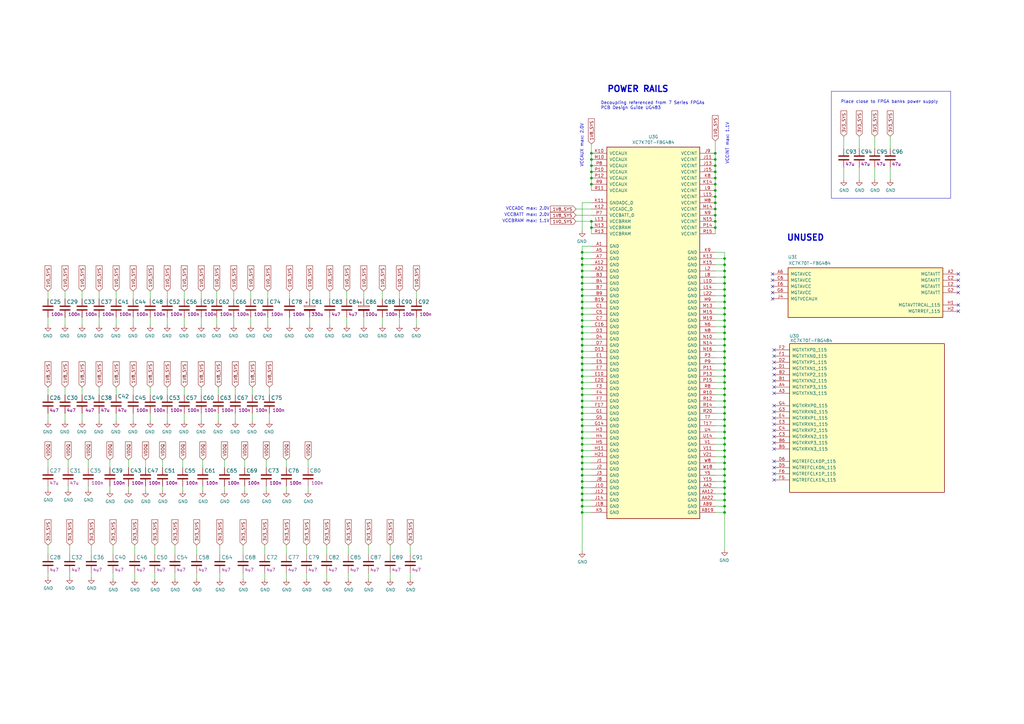
<source format=kicad_sch>
(kicad_sch (version 20230121) (generator eeschema)
  (paper "A3")
  (title_block (title "LPDDR4 Test Board") (date "2022-07-20") (rev "1.1.3"))
  (lib_symbols
    (symbol "lpddr4-test-board:C_100n_0201" (pin_names (offset 0))
      (property "Reference" "C" (at -1.397 3.429 0))
      (property "Val" "100n" (at 0 -2.54 0))
      (symbol "C_100n_0201_1_1"
        (pin passive line (at 0 3.81 270) (length 2.794) (name "~") (number "1"))
        (pin passive line (at 0 -3.81 90) (length 2.794) (name "~") (number "2"))
      )
    )
    (symbol "lpddr4-test-board:C_100u_KEMET_A" (pin_names (offset 0))
      (property "Reference" "C" (at -1.397 3.429 0))
      (property "Val" "100u" (at 0 -2.54 0))
      (symbol "C_100u_KEMET_A_1_1"
        (pin passive line (at 0 2.54 270) (length 2.794) (name "~") (number "1"))
        (pin passive line (at 0 -5.08 90) (length 2.794) (name "~") (number "2"))
      )
    )
    (symbol "lpddr4-test-board:C_330u_KEMET_D" (pin_names (offset 0))
      (property "Reference" "C" (at -1.397 3.429 0))
      (property "Val" "330u" (at 0 -2.54 0))
      (symbol "C_330u_KEMET_D_1_1"
        (pin passive line (at 0 2.54 270) (length 2.794) (name "~") (number "1"))
        (pin passive line (at 0 -5.08 90) (length 2.794) (name "~") (number "2"))
      )
    )
    (symbol "lpddr4-test-board:C_47u_0603" (pin_names (offset 0))
      (property "Reference" "C" (at -1.397 3.429 0))
      (property "Val" "47u" (at 0 -2.54 0))
      (symbol "C_47u_0603_1_1"
        (pin passive line (at 0 3.81 270) (length 2.794) (name "~") (number "1"))
        (pin passive line (at 0 -3.81 90) (length 2.794) (name "~") (number "2"))
      )
    )
    (symbol "lpddr4-test-board:C_4u7_0402" (pin_names (offset 0))
      (property "Reference" "C" (at -1.397 3.429 0))
      (property "Val" "4u7" (at 0 -2.54 0))
      (symbol "C_4u7_0402_1_1"
        (pin passive line (at 0 3.81 270) (length 2.794) (name "~") (number "1"))
        (pin passive line (at 0 -3.81 90) (length 2.794) (name "~") (number "2"))
      )
    )
    (symbol "lpddr4-test-board:GND" (power) (pin_names (offset 0))
      (property "Value" "GND" (at 0 -3.81 0))
      (symbol "GND_1_1"
        (pin power_in line (at 0 0 270) (length 0) hide (name "GND") (number "1"))
      )
    )
    (symbol "lpddr4-test-board:XC7K70T-FBG484" (pin_names (offset 1.016))
      (property "Reference" "U" (at 13.97 16.51 0))
      (property "Value" "XC7K70T-FBG484" (at 13.97 13.97 0))
      (property "Manufacturer" "Xilinx" (at 0 0 0))
      (property "MPN" "XC7K70T-1FBG484C" (at 0 0 0))
      (symbol "XC7K70T-FBG484_1_1"
        (text "BANK13" (at -8.89 68.58 0) (effects (font (size 1.7018 1.7018))))
        (text "BANK14" (at 8.89 68.58 0) (effects (font (size 1.7018 1.7018))))
        (pin bidirectional line (at -36.83 -30.48 0) (length 6.35) (name "IO_L18P_T2_13") (number "AA14"))
        (pin bidirectional line (at -36.83 -33.02 0) (length 6.35) (name "IO_L18N_T2_13") (number "AA15"))
        (pin bidirectional line (at -36.83 -25.4 0) (length 6.35) (name "IO_L17P_T2_13") (number "AA16"))
        (pin power_in line (at -27.94 78.74 270) (length 6.35) (name "VCCO_13") (number "AA17"))
        (pin bidirectional line (at -36.83 -15.24 0) (length 6.35) (name "IO_L15P_T2_DQS_13") (number "AA18"))
        (pin bidirectional line (at -36.83 10.16 0) (length 6.35) (name "IO_L10P_T1_13") (number "AA19"))
        (pin bidirectional line (at -36.83 20.32 0) (length 6.35) (name "IO_L8P_T1_13") (number "AA20"))
        (pin bidirectional line (at -36.83 15.24 0) (length 6.35) (name "IO_L9P_T1_DQS_13") (number "AA21"))
        (pin power_in line (at -25.4 78.74 270) (length 6.35) (name "VCCO_13") (number "AB14"))
        (pin bidirectional line (at -36.83 -20.32 0) (length 6.35) (name "IO_L16P_T2_13") (number "AB15"))
        (pin bidirectional line (at -36.83 -22.86 0) (length 6.35) (name "IO_L16N_T2_13") (number "AB16"))
        (pin bidirectional line (at -36.83 -27.94 0) (length 6.35) (name "IO_L17N_T2_13") (number "AB17"))
        (pin bidirectional line (at -36.83 -17.78 0) (length 6.35) (name "IO_L15N_T2_DQS_13") (number "AB18"))
        (pin bidirectional line (at -36.83 7.62 0) (length 6.35) (name "IO_L10N_T1_13") (number "AB20"))
        (pin bidirectional line (at -36.83 17.78 0) (length 6.35) (name "IO_L8N_T1_13") (number "AB21"))
        (pin bidirectional line (at -36.83 12.7 0) (length 6.35) (name "IO_L9N_T1_DQS_13") (number "AB22"))
        (pin bidirectional line (at 36.83 25.4 180) (length 6.35) (name "IO_L7P_T1_D09_14") (number "E21"))
        (pin bidirectional line (at 36.83 22.86 180) (length 6.35) (name "IO_L7N_T1_D10_14") (number "E22"))
        (pin bidirectional line (at 36.83 48.26 180) (length 6.35) (name "IO_L2N_T0_D03_14") (number "F19"))
        (pin bidirectional line (at 36.83 38.1 180) (length 6.35) (name "IO_L4N_T0_D05_14") (number "F20"))
        (pin bidirectional line (at 36.83 12.7 180) (length 6.35) (name "IO_L9N_T1_DQS_D13_14") (number "F21"))
        (pin power_in line (at 15.24 78.74 270) (length 6.35) (name "VCCO_14") (number "F22"))
        (pin bidirectional line (at 36.83 50.8 180) (length 6.35) (name "IO_L2P_T0_D02_14") (number "G18"))
        (pin power_in line (at 17.78 78.74 270) (length 6.35) (name "VCCO_14") (number "G19"))
        (pin bidirectional line (at 36.83 40.64 180) (length 6.35) (name "IO_L4P_T0_D04_14") (number "G20"))
        (pin bidirectional line (at 36.83 15.24 180) (length 6.35) (name "IO_L9P_T1_DQS_14") (number "G21"))
        (pin bidirectional line (at 36.83 17.78 180) (length 6.35) (name "IO_L8N_T1_D12_14") (number "G22"))
        (pin bidirectional line (at 36.83 55.88 180) (length 6.35) (name "IO_L1P_T0_D00_MOSI_14") (number "H18"))
        (pin bidirectional line (at 36.83 53.34 180) (length 6.35) (name "IO_L1N_T0_D01_DIN_14") (number "H19"))
        (pin bidirectional line (at 36.83 2.54 180) (length 6.35) (name "IO_L11N_T1_SRCC_14") (number "H20"))
        (pin bidirectional line (at 36.83 20.32 180) (length 6.35) (name "IO_L8P_T1_D11_14") (number "H22"))
        (pin bidirectional line (at 36.83 43.18 180) (length 6.35) (name "IO_L3N_T0_DQS_EMCCLK_14") (number "J19"))
        (pin bidirectional line (at 36.83 5.08 180) (length 6.35) (name "IO_L11P_T1_SRCC_14") (number "J20"))
        (pin bidirectional line (at 36.83 10.16 180) (length 6.35) (name "IO_L10P_T1_D14_14") (number "J21"))
        (pin bidirectional line (at 36.83 7.62 180) (length 6.35) (name "IO_L10N_T1_D15_14") (number "J22"))
        (pin bidirectional line (at 36.83 58.42 180) (length 6.35) (name "IO_0_14") (number "K16"))
        (pin bidirectional line (at 36.83 27.94 180) (length 6.35) (name "IO_L6N_T0_D08_VREF_14") (number "K17"))
        (pin bidirectional line (at 36.83 45.72 180) (length 6.35) (name "IO_L3P_T0_DQS_PUDC_B_14") (number "K18"))
        (pin bidirectional line (at 36.83 33.02 180) (length 6.35) (name "IO_L5N_T0_D07_14") (number "K19"))
        (pin power_in line (at 20.32 78.74 270) (length 6.35) (name "VCCO_14") (number "K20"))
        (pin bidirectional line (at 36.83 -20.32 180) (length 6.35) (name "IO_L16P_T2_CSI_B_14") (number "K21"))
        (pin bidirectional line (at 36.83 -22.86 180) (length 6.35) (name "IO_L16N_T2_A15_D31_14") (number "K22"))
        (pin bidirectional line (at 36.83 30.48 180) (length 6.35) (name "IO_L6P_T0_FCS_B_14") (number "L16"))
        (pin power_in line (at 22.86 78.74 270) (length 6.35) (name "VCCO_14") (number "L17"))
        (pin bidirectional line (at 36.83 35.56 180) (length 6.35) (name "IO_L5P_T0_D06_14") (number "L18"))
        (pin bidirectional line (at 36.83 0 180) (length 6.35) (name "IO_L12P_T1_MRCC_14") (number "L19"))
        (pin bidirectional line (at 36.83 -2.54 180) (length 6.35) (name "IO_L12N_T1_MRCC_14") (number "L20"))
        (pin bidirectional line (at 36.83 -33.02 180) (length 6.35) (name "IO_L18N_T2_A11_D27_14") (number "L21"))
        (pin bidirectional line (at 36.83 -66.04 180) (length 6.35) (name "IO_25_14") (number "M16"))
        (pin bidirectional line (at 36.83 -10.16 180) (length 6.35) (name "IO_L14P_T2_SRCC_14") (number "M17"))
        (pin bidirectional line (at 36.83 -12.7 180) (length 6.35) (name "IO_L14N_T2_SRCC_14") (number "M18"))
        (pin bidirectional line (at 36.83 -30.48 180) (length 6.35) (name "IO_L18P_T2_A12_D28_14") (number "M20"))
        (pin bidirectional line (at 36.83 -27.94 180) (length 6.35) (name "IO_L17N_T2_A13_D29_14") (number "M21"))
        (pin bidirectional line (at 36.83 -17.78 180) (length 6.35) (name "IO_L15N_T2_DQS_DOUT_CSO_B_14") (number "M22"))
        (pin bidirectional line (at 36.83 -58.42 180) (length 6.35) (name "IO_L23N_T3_A02_D18_14") (number "N17"))
        (pin bidirectional line (at 36.83 -5.08 180) (length 6.35) (name "IO_L13P_T2_MRCC_14") (number "N18"))
        (pin bidirectional line (at 36.83 -7.62 180) (length 6.35) (name "IO_L13N_T2_MRCC_14") (number "N19"))
        (pin bidirectional line (at 36.83 -25.4 180) (length 6.35) (name "IO_L17P_T2_A14_D30_14") (number "N20"))
        (pin power_in line (at 25.4 78.74 270) (length 6.35) (name "VCCO_14") (number "N21"))
        (pin bidirectional line (at 36.83 -15.24 180) (length 6.35) (name "IO_L15P_T2_DQS_RDWR_B_14") (number "N22"))
        (pin bidirectional line (at 36.83 -55.88 180) (length 6.35) (name "IO_L23P_T3_A03_D19_14") (number "P16"))
        (pin bidirectional line (at 36.83 -48.26 180) (length 6.35) (name "IO_L21N_T3_DQS_A06_D22_14") (number "P17"))
        (pin power_in line (at 27.94 78.74 270) (length 6.35) (name "VCCO_14") (number "P18"))
        (pin bidirectional line (at 36.83 -40.64 180) (length 6.35) (name "IO_L20P_T3_A08_D24_14") (number "P19"))
        (pin bidirectional line (at 36.83 -43.18 180) (length 6.35) (name "IO_L20N_T3_A07_D23_14") (number "P20"))
        (pin bidirectional line (at 36.83 -50.8 180) (length 6.35) (name "IO_L22P_T3_A05_D21_14") (number "P21"))
        (pin bidirectional line (at 36.83 -53.34 180) (length 6.35) (name "IO_L22N_T3_A04_D20_14") (number "P22"))
        (pin bidirectional line (at -36.83 -40.64 0) (length 6.35) (name "IO_L20P_T3_13") (number "R16"))
        (pin bidirectional line (at 36.83 -45.72 180) (length 6.35) (name "IO_L21P_T3_DQS_14") (number "R17"))
        (pin bidirectional line (at 36.83 -35.56 180) (length 6.35) (name "IO_L19P_T3_A10_D26_14") (number "R18"))
        (pin bidirectional line (at 36.83 -38.1 180) (length 6.35) (name "IO_L19N_T3_A09_D25_VREF_14") (number "R19"))
        (pin bidirectional line (at 36.83 -60.96 180) (length 6.35) (name "IO_L24P_T3_A01_D17_14") (number "R21"))
        (pin bidirectional line (at 36.83 -63.5 180) (length 6.35) (name "IO_L24N_T3_A00_D16_14") (number "R22"))
        (pin bidirectional line (at -36.83 -60.96 0) (length 6.35) (name "IO_L24P_T3_13") (number "T15"))
        (pin bidirectional line (at -36.83 -43.18 0) (length 6.35) (name "IO_L20N_T3_13") (number "T16"))
        (pin bidirectional line (at -36.83 45.72 0) (length 6.35) (name "IO_L3P_T0_DQS_13") (number "T18"))
        (pin bidirectional line (at -36.83 58.42 0) (length 6.35) (name "IO_0_13") (number "T19"))
        (pin bidirectional line (at -36.83 30.48 0) (length 6.35) (name "IO_L6P_T0_13") (number "T20"))
        (pin bidirectional line (at -36.83 55.88 0) (length 6.35) (name "IO_L1P_T0_13") (number "T21"))
        (pin power_in line (at -22.86 78.74 270) (length 6.35) (name "VCCO_13") (number "T22"))
        (pin bidirectional line (at -36.83 -63.5 0) (length 6.35) (name "IO_L24N_T3_13") (number "U15"))
        (pin bidirectional line (at -36.83 -35.56 0) (length 6.35) (name "IO_L19P_T3_13") (number "U16"))
        (pin bidirectional line (at -36.83 35.56 0) (length 6.35) (name "IO_L5P_T0_13") (number "U17"))
        (pin bidirectional line (at -36.83 43.18 0) (length 6.35) (name "IO_L3N_T0_DQS_13") (number "U18"))
        (pin power_in line (at -20.32 78.74 270) (length 6.35) (name "VCCO_13") (number "U19"))
        (pin bidirectional line (at -36.83 27.94 0) (length 6.35) (name "IO_L6N_T0_VREF_13") (number "U20"))
        (pin bidirectional line (at -36.83 53.34 0) (length 6.35) (name "IO_L1N_T0_13") (number "U21"))
        (pin bidirectional line (at -36.83 50.8 0) (length 6.35) (name "IO_L2P_T0_13") (number "U22"))
        (pin bidirectional line (at -36.83 -66.04 0) (length 6.35) (name "IO_25_13") (number "V14"))
        (pin bidirectional line (at -36.83 -55.88 0) (length 6.35) (name "IO_L23P_T3_13") (number "V15"))
        (pin power_in line (at -17.78 78.74 270) (length 6.35) (name "VCCO_13") (number "V16"))
        (pin bidirectional line (at -36.83 -38.1 0) (length 6.35) (name "IO_L19N_T3_VREF_13") (number "V17"))
        (pin bidirectional line (at -36.83 33.02 0) (length 6.35) (name "IO_L5N_T0_13") (number "V18"))
        (pin bidirectional line (at -36.83 0 0) (length 6.35) (name "IO_L12P_T1_MRCC_13") (number "V19"))
        (pin bidirectional line (at -36.83 5.08 0) (length 6.35) (name "IO_L11P_T1_SRCC_13") (number "V20"))
        (pin bidirectional line (at -36.83 48.26 0) (length 6.35) (name "IO_L2N_T0_13") (number "V22"))
        (pin bidirectional line (at -36.83 -50.8 0) (length 6.35) (name "IO_L22P_T3_13") (number "W14"))
        (pin bidirectional line (at -36.83 -58.42 0) (length 6.35) (name "IO_L23N_T3_13") (number "W15"))
        (pin bidirectional line (at -36.83 -45.72 0) (length 6.35) (name "IO_L21P_T3_DQS_13") (number "W16"))
        (pin bidirectional line (at -36.83 -10.16 0) (length 6.35) (name "IO_L14P_T2_SRCC_13") (number "W17"))
        (pin bidirectional line (at -36.83 -2.54 0) (length 6.35) (name "IO_L12N_T1_MRCC_13") (number "W19"))
        (pin bidirectional line (at -36.83 2.54 0) (length 6.35) (name "IO_L11N_T1_SRCC_13") (number "W20"))
        (pin bidirectional line (at -36.83 40.64 0) (length 6.35) (name "IO_L4P_T0_13") (number "W21"))
        (pin bidirectional line (at -36.83 38.1 0) (length 6.35) (name "IO_L4N_T0_13") (number "W22"))
        (pin bidirectional line (at -36.83 -53.34 0) (length 6.35) (name "IO_L22N_T3_13") (number "Y14"))
        (pin bidirectional line (at -36.83 -48.26 0) (length 6.35) (name "IO_L21N_T3_DQS_13") (number "Y16"))
        (pin bidirectional line (at -36.83 -12.7 0) (length 6.35) (name "IO_L14N_T2_SRCC_13") (number "Y17"))
        (pin bidirectional line (at -36.83 -5.08 0) (length 6.35) (name "IO_L13P_T2_MRCC_13") (number "Y18"))
        (pin bidirectional line (at -36.83 -7.62 0) (length 6.35) (name "IO_L13N_T2_MRCC_13") (number "Y19"))
        (pin power_in line (at -15.24 78.74 270) (length 6.35) (name "VCCO_13") (number "Y20"))
        (pin bidirectional line (at -36.83 25.4 0) (length 6.35) (name "IO_L7P_T1_13") (number "Y21"))
        (pin bidirectional line (at -36.83 22.86 0) (length 6.35) (name "IO_L7N_T1_13") (number "Y22"))
      )
      (symbol "XC7K70T-FBG484_2_0"
        (text "BANK16" (at 10.16 68.58 0) (effects (font (size 1.7018 1.7018))))
      )
      (symbol "XC7K70T-FBG484_2_1"
        (text "BANK15" (at -7.62 68.58 0) (effects (font (size 1.7018 1.7018))))
        (pin bidirectional line (at 36.83 -25.4 180) (length 6.35) (name "IO_L23N_T3_16") (number "A10"))
        (pin bidirectional line (at 36.83 -22.86 180) (length 6.35) (name "IO_L23P_T3_16") (number "A11"))
        (pin bidirectional line (at -36.83 40.64 0) (length 6.35) (name "IO_L4P_T0_AD9P_15") (number "A13"))
        (pin bidirectional line (at -36.83 38.1 0) (length 6.35) (name "IO_L4N_T0_AD9N_15") (number "A14"))
        (pin bidirectional line (at -36.83 12.7 0) (length 6.35) (name "IO_L9N_T1_DQS_AD11N_15") (number "A15"))
        (pin bidirectional line (at -36.83 17.78 0) (length 6.35) (name "IO_L8N_T1_AD3N_15") (number "A16"))
        (pin power_in line (at -26.67 78.74 270) (length 6.35) (name "VCCO_15") (number "A17"))
        (pin bidirectional line (at -36.83 7.62 0) (length 6.35) (name "IO_L10N_T1_AD4N_15") (number "A18"))
        (pin bidirectional line (at -36.83 -43.18 0) (length 6.35) (name "IO_L20N_T3_A19_15") (number "A19"))
        (pin bidirectional line (at -36.83 -50.8 0) (length 6.35) (name "IO_L22P_T3_A17_15") (number "A20"))
        (pin bidirectional line (at -36.83 -53.34 0) (length 6.35) (name "IO_L22N_T3_A16_15") (number "A21"))
        (pin bidirectional line (at 36.83 -15.24 180) (length 6.35) (name "IO_L21N_T3_DQS_16") (number "A8"))
        (pin bidirectional line (at 36.83 -12.7 180) (length 6.35) (name "IO_L21P_T3_DQS_16") (number "A9"))
        (pin bidirectional line (at 36.83 -10.16 180) (length 6.35) (name "IO_L20N_T3_16") (number "B10"))
        (pin bidirectional line (at 36.83 -7.62 180) (length 6.35) (name "IO_L20P_T3_16") (number "B11"))
        (pin bidirectional line (at -36.83 48.26 0) (length 6.35) (name "IO_L2N_T0_AD8N_15") (number "B12"))
        (pin bidirectional line (at -36.83 33.02 0) (length 6.35) (name "IO_L5N_T0_AD2N_15") (number "B13"))
        (pin power_in line (at -24.13 78.74 270) (length 6.35) (name "VCCO_15") (number "B14"))
        (pin bidirectional line (at -36.83 15.24 0) (length 6.35) (name "IO_L9P_T1_DQS_AD11P_15") (number "B15"))
        (pin bidirectional line (at -36.83 20.32 0) (length 6.35) (name "IO_L8P_T1_AD3P_15") (number "B16"))
        (pin bidirectional line (at -36.83 10.16 0) (length 6.35) (name "IO_L10P_T1_AD4P_15") (number "B17"))
        (pin bidirectional line (at -36.83 -40.64 0) (length 6.35) (name "IO_L20P_T3_A20_15") (number "B18"))
        (pin bidirectional line (at -36.83 -60.96 0) (length 6.35) (name "IO_L24P_T3_RS1_15") (number "B20"))
        (pin bidirectional line (at -36.83 -63.5 0) (length 6.35) (name "IO_L24N_T3_RS0_15") (number "B21"))
        (pin bidirectional line (at -36.83 -48.26 0) (length 6.35) (name "IO_L21N_T3_DQS_A18_15") (number "B22"))
        (pin bidirectional line (at 36.83 -20.32 180) (length 6.35) (name "IO_L22N_T3_16") (number "B8"))
        (pin bidirectional line (at 36.83 53.34 180) (length 6.35) (name "IO_L7N_T1_16") (number "C10"))
        (pin power_in line (at 20.32 78.74 270) (length 6.35) (name "VCCO_16") (number "C11"))
        (pin bidirectional line (at -36.83 50.8 0) (length 6.35) (name "IO_L2P_T0_AD8P_15") (number "C12"))
        (pin bidirectional line (at -36.83 35.56 0) (length 6.35) (name "IO_L5P_T0_AD2P_15") (number "C13"))
        (pin bidirectional line (at -36.83 25.4 0) (length 6.35) (name "IO_L7P_T1_AD10P_15") (number "C14"))
        (pin bidirectional line (at -36.83 22.86 0) (length 6.35) (name "IO_L7N_T1_AD10N_15") (number "C15"))
        (pin bidirectional line (at -36.83 0 0) (length 6.35) (name "IO_L12P_T1_MRCC_AD5P_15") (number "C17"))
        (pin bidirectional line (at -36.83 -2.54 0) (length 6.35) (name "IO_L12N_T1_MRCC_AD5N_15") (number "C18"))
        (pin bidirectional line (at -36.83 -35.56 0) (length 6.35) (name "IO_L19P_T3_A22_15") (number "C19"))
        (pin bidirectional line (at -36.83 -38.1 0) (length 6.35) (name "IO_L19N_T3_A21_VREF_15") (number "C20"))
        (pin power_in line (at -21.59 78.74 270) (length 6.35) (name "VCCO_15") (number "C21"))
        (pin bidirectional line (at -36.83 -45.72 0) (length 6.35) (name "IO_L21P_T3_DQS_15") (number "C22"))
        (pin bidirectional line (at 36.83 -17.78 180) (length 6.35) (name "IO_L22P_T3_16") (number "C8"))
        (pin bidirectional line (at 36.83 -5.08 180) (length 6.35) (name "IO_L19N_T3_VREF_16") (number "C9"))
        (pin bidirectional line (at 36.83 55.88 180) (length 6.35) (name "IO_L7P_T1_16") (number "D10"))
        (pin bidirectional line (at 36.83 27.94 180) (length 6.35) (name "IO_L12N_T1_MRCC_16") (number "D11"))
        (pin bidirectional line (at -36.83 58.42 0) (length 6.35) (name "IO_0_15") (number "D12"))
        (pin bidirectional line (at -36.83 27.94 0) (length 6.35) (name "IO_L6N_T0_VREF_15") (number "D14"))
        (pin bidirectional line (at -36.83 5.08 0) (length 6.35) (name "IO_L11P_T1_SRCC_AD12P_15") (number "D15"))
        (pin bidirectional line (at -36.83 2.54 0) (length 6.35) (name "IO_L11N_T1_SRCC_AD12N_15") (number "D16"))
        (pin bidirectional line (at -36.83 -12.7 0) (length 6.35) (name "IO_L14N_T2_SRCC_15") (number "D17"))
        (pin power_in line (at -19.05 78.74 270) (length 6.35) (name "VCCO_15") (number "D18"))
        (pin bidirectional line (at -36.83 -30.48 0) (length 6.35) (name "IO_L18P_T2_A24_15") (number "D19"))
        (pin bidirectional line (at -36.83 -33.02 0) (length 6.35) (name "IO_L18N_T2_A23_15") (number "D20"))
        (pin bidirectional line (at -36.83 -55.88 0) (length 6.35) (name "IO_L23P_T3_FOE_B_15") (number "D21"))
        (pin bidirectional line (at -36.83 -58.42 0) (length 6.35) (name "IO_L23N_T3_FWE_B_15") (number "D22"))
        (pin power_in line (at 22.86 78.74 270) (length 6.35) (name "VCCO_16") (number "D8"))
        (pin bidirectional line (at 36.83 -2.54 180) (length 6.35) (name "IO_L19P_T3_16") (number "D9"))
        (pin bidirectional line (at 36.83 30.48 180) (length 6.35) (name "IO_L12P_T1_MRCC_16") (number "E11"))
        (pin bidirectional line (at 36.83 38.1 180) (length 6.35) (name "IO_L10N_T1_16") (number "E12"))
        (pin bidirectional line (at 36.83 40.64 180) (length 6.35) (name "IO_L10P_T1_16") (number "E13"))
        (pin bidirectional line (at -36.83 30.48 0) (length 6.35) (name "IO_L6P_T0_15") (number "E14"))
        (pin power_in line (at -16.51 78.74 270) (length 6.35) (name "VCCO_15") (number "E15"))
        (pin bidirectional line (at -36.83 -10.16 0) (length 6.35) (name "IO_L14P_T2_SRCC_15") (number "E16"))
        (pin bidirectional line (at -36.83 -5.08 0) (length 6.35) (name "IO_L13P_T2_MRCC_15") (number "E17"))
        (pin bidirectional line (at -36.83 -7.62 0) (length 6.35) (name "IO_L13N_T2_MRCC_15") (number "E18"))
        (pin bidirectional line (at -36.83 -27.94 0) (length 6.35) (name "IO_L17N_T2_A25_15") (number "E19"))
        (pin bidirectional line (at 36.83 -27.94 180) (length 6.35) (name "IO_24_T3_16") (number "E8"))
        (pin bidirectional line (at 36.83 12.7 180) (length 6.35) (name "IO_L15N_T2_DQS_16") (number "E9"))
        (pin bidirectional line (at 36.83 33.02 180) (length 6.35) (name "IO_L11N_T1_SRCC_16") (number "F10"))
        (pin bidirectional line (at 36.83 35.56 180) (length 6.35) (name "IO_L11P_T1_SRCC_16") (number "F11"))
        (pin power_in line (at 25.4 78.74 270) (length 6.35) (name "VCCO_16") (number "F12"))
        (pin bidirectional line (at 36.83 48.26 180) (length 6.35) (name "IO_L8N_T1_16") (number "F13"))
        (pin bidirectional line (at 36.83 58.42 180) (length 6.35) (name "IO_6_T0_VREF_16") (number "F14"))
        (pin bidirectional line (at -36.83 45.72 0) (length 6.35) (name "IO_L3P_T0_DQS_AD1P_15") (number "F15"))
        (pin bidirectional line (at -36.83 43.18 0) (length 6.35) (name "IO_L3N_T0_DQS_AD1N_15") (number "F16"))
        (pin bidirectional line (at -36.83 -25.4 0) (length 6.35) (name "IO_L17P_T2_A26_15") (number "F18"))
        (pin bidirectional line (at 36.83 2.54 180) (length 6.35) (name "IO_L17N_T2_16") (number "F8"))
        (pin bidirectional line (at 36.83 15.24 180) (length 6.35) (name "IO_L15P_T2_DQS_16") (number "F9"))
        (pin bidirectional line (at 36.83 22.86 180) (length 6.35) (name "IO_L13N_T2_MRCC_16") (number "G10"))
        (pin bidirectional line (at 36.83 25.4 180) (length 6.35) (name "IO_L13P_T2_MRCC_16") (number "G11"))
        (pin bidirectional line (at 36.83 17.78 180) (length 6.35) (name "IO_L14N_T2_SRCC_16") (number "G12"))
        (pin bidirectional line (at 36.83 50.8 180) (length 6.35) (name "IO_L8P_T1_16") (number "G13"))
        (pin bidirectional line (at -36.83 55.88 0) (length 6.35) (name "IO_L1P_T0_AD0P_15") (number "G15"))
        (pin bidirectional line (at -36.83 53.34 0) (length 6.35) (name "IO_L1N_T0_AD0N_15") (number "G16"))
        (pin bidirectional line (at -36.83 -17.78 0) (length 6.35) (name "IO_L15N_T2_DQS_ADV_B_15") (number "G17"))
        (pin bidirectional line (at 36.83 5.08 180) (length 6.35) (name "IO_L17P_T2_16") (number "G8"))
        (pin power_in line (at 27.94 78.74 270) (length 6.35) (name "VCCO_16") (number "G9"))
        (pin bidirectional line (at 36.83 0 180) (length 6.35) (name "IO_18_T2_16") (number "H10"))
        (pin bidirectional line (at 36.83 20.32 180) (length 6.35) (name "IO_L14P_T2_SRCC_16") (number "H12"))
        (pin bidirectional line (at 36.83 43.18 180) (length 6.35) (name "IO_L9N_T1_DQS_16") (number "H13"))
        (pin bidirectional line (at 36.83 45.72 180) (length 6.35) (name "IO_L9P_T1_DQS_16") (number "H14"))
        (pin bidirectional line (at -36.83 -66.04 0) (length 6.35) (name "IO_25_15") (number "H15"))
        (pin power_in line (at -13.97 78.74 270) (length 6.35) (name "VCCO_15") (number "H16"))
        (pin bidirectional line (at -36.83 -15.24 0) (length 6.35) (name "IO_L15P_T2_DQS_15") (number "H17"))
        (pin bidirectional line (at 36.83 7.62 180) (length 6.35) (name "IO_L16N_T2_16") (number "H8"))
        (pin bidirectional line (at 36.83 10.16 180) (length 6.35) (name "IO_L16P_T2_16") (number "H9"))
        (pin bidirectional line (at -36.83 -20.32 0) (length 6.35) (name "IO_L16P_T2_A28_15") (number "J16"))
        (pin bidirectional line (at -36.83 -22.86 0) (length 6.35) (name "IO_L16N_T2_A27_15") (number "J17"))
      )
      (symbol "XC7K70T-FBG484_3_1"
        (text "BANK33" (at -7.62 68.58 0) (effects (font (size 1.7018 1.7018))))
        (text "BANK34" (at 7.62 68.58 0) (effects (font (size 1.7018 1.7018))))
        (pin bidirectional line (at 36.83 -50.8 180) (length 6.35) (name "IO_L22P_T3_34") (number "AA1"))
        (pin bidirectional line (at -36.83 40.64 0) (length 6.35) (name "IO_L4P_T0_33") (number "AA10"))
        (pin bidirectional line (at -36.83 -40.64 0) (length 6.35) (name "IO_L20P_T3_33") (number "AA11"))
        (pin bidirectional line (at -36.83 -48.26 0) (length 6.35) (name "IO_L21N_T3_DQS_33") (number "AA13"))
        (pin bidirectional line (at 36.83 -55.88 180) (length 6.35) (name "IO_L23P_T3_34") (number "AA3"))
        (pin bidirectional line (at 36.83 -60.96 180) (length 6.35) (name "IO_L24P_T3_34") (number "AA4"))
        (pin bidirectional line (at -36.83 55.88 0) (length 6.35) (name "IO_L1P_T0_33") (number "AA5"))
        (pin bidirectional line (at -36.83 45.72 0) (length 6.35) (name "IO_L3P_T0_DQS_33") (number "AA6"))
        (pin power_in line (at -26.67 78.74 270) (length 6.35) (name "VCCO_33") (number "AA7"))
        (pin bidirectional line (at -36.83 33.02 0) (length 6.35) (name "IO_L5N_T0_33") (number "AA8"))
        (pin bidirectional line (at -36.83 35.56 0) (length 6.35) (name "IO_L5P_T0_33") (number "AA9"))
        (pin bidirectional line (at 36.83 -53.34 180) (length 6.35) (name "IO_L22N_T3_34") (number "AB1"))
        (pin bidirectional line (at -36.83 38.1 0) (length 6.35) (name "IO_L4N_T0_33") (number "AB10"))
        (pin bidirectional line (at -36.83 -43.18 0) (length 6.35) (name "IO_L20N_T3_33") (number "AB11"))
        (pin bidirectional line (at -36.83 -53.34 0) (length 6.35) (name "IO_L22N_T3_33") (number "AB12"))
        (pin bidirectional line (at -36.83 -50.8 0) (length 6.35) (name "IO_L22P_T3_33") (number "AB13"))
        (pin bidirectional line (at 36.83 -58.42 180) (length 6.35) (name "IO_L23N_T3_34") (number "AB2"))
        (pin bidirectional line (at 36.83 -63.5 180) (length 6.35) (name "IO_L24N_T3_34") (number "AB3"))
        (pin power_in line (at 13.97 78.74 270) (length 6.35) (name "VCCO_34") (number "AB4"))
        (pin bidirectional line (at -36.83 53.34 0) (length 6.35) (name "IO_L1N_T0_33") (number "AB5"))
        (pin bidirectional line (at -36.83 43.18 0) (length 6.35) (name "IO_L3N_T0_DQS_33") (number "AB6"))
        (pin bidirectional line (at -36.83 48.26 0) (length 6.35) (name "IO_L2N_T0_33") (number "AB7"))
        (pin bidirectional line (at -36.83 50.8 0) (length 6.35) (name "IO_L2P_T0_33") (number "AB8"))
        (pin bidirectional line (at 36.83 50.8 180) (length 6.35) (name "IO_L2P_T0_34") (number "K1"))
        (pin bidirectional line (at 36.83 38.1 180) (length 6.35) (name "IO_L4N_T0_34") (number "K2"))
        (pin bidirectional line (at 36.83 40.64 180) (length 6.35) (name "IO_L4P_T0_34") (number "K3"))
        (pin bidirectional line (at 36.83 58.42 180) (length 6.35) (name "IO_0_VRN_34") (number "K4"))
        (pin bidirectional line (at 36.83 48.26 180) (length 6.35) (name "IO_L2N_T0_34") (number "L1"))
        (pin bidirectional line (at 36.83 55.88 180) (length 6.35) (name "IO_L1P_T0_34") (number "L3"))
        (pin bidirectional line (at 36.83 27.94 180) (length 6.35) (name "IO_L6N_T0_VREF_34") (number "L4"))
        (pin bidirectional line (at 36.83 30.48 180) (length 6.35) (name "IO_L6P_T0_34") (number "L5"))
        (pin bidirectional line (at 36.83 43.18 180) (length 6.35) (name "IO_L3N_T0_DQS_34") (number "M1"))
        (pin bidirectional line (at 36.83 45.72 180) (length 6.35) (name "IO_L3P_T0_DQS_34") (number "M2"))
        (pin bidirectional line (at 36.83 53.34 180) (length 6.35) (name "IO_L1N_T0_34") (number "M3"))
        (pin power_in line (at 16.51 78.74 270) (length 6.35) (name "VCCO_34") (number "M4"))
        (pin bidirectional line (at 36.83 15.24 180) (length 6.35) (name "IO_L9P_T1_DQS_34") (number "M5"))
        (pin power_in line (at 19.05 78.74 270) (length 6.35) (name "VCCO_34") (number "N1"))
        (pin bidirectional line (at 36.83 33.02 180) (length 6.35) (name "IO_L5N_T0_34") (number "N2"))
        (pin bidirectional line (at 36.83 35.56 180) (length 6.35) (name "IO_L5P_T0_34") (number "N3"))
        (pin bidirectional line (at 36.83 12.7 180) (length 6.35) (name "IO_L9N_T1_DQS_34") (number "N4"))
        (pin bidirectional line (at 36.83 -30.48 180) (length 6.35) (name "IO_L18P_T2_34") (number "N5"))
        (pin bidirectional line (at 36.83 20.32 180) (length 6.35) (name "IO_L8P_T1_34") (number "P1"))
        (pin bidirectional line (at 36.83 25.4 180) (length 6.35) (name "IO_L7P_T1_34") (number "P2"))
        (pin bidirectional line (at 36.83 5.08 180) (length 6.35) (name "IO_L11P_T1_SRCC_34") (number "P4"))
        (pin bidirectional line (at 36.83 -33.02 180) (length 6.35) (name "IO_L18N_T2_34") (number "P5"))
        (pin bidirectional line (at 36.83 17.78 180) (length 6.35) (name "IO_L8N_T1_34") (number "R1"))
        (pin bidirectional line (at 36.83 22.86 180) (length 6.35) (name "IO_L7N_T1_34") (number "R2"))
        (pin bidirectional line (at 36.83 0 180) (length 6.35) (name "IO_L12P_T1_MRCC_34") (number "R3"))
        (pin bidirectional line (at 36.83 2.54 180) (length 6.35) (name "IO_L11N_T1_SRCC_34") (number "R4"))
        (pin power_in line (at 21.59 78.74 270) (length 6.35) (name "VCCO_34") (number "R5"))
        (pin bidirectional line (at -36.83 17.78 0) (length 6.35) (name "IO_L8N_T1_33") (number "R6"))
        (pin bidirectional line (at -36.83 20.32 0) (length 6.35) (name "IO_L8P_T1_33") (number "R7"))
        (pin bidirectional line (at 36.83 10.16 180) (length 6.35) (name "IO_L10P_T1_34") (number "T1"))
        (pin bidirectional line (at -36.83 -22.86 0) (length 6.35) (name "IO_L16N_T2_33") (number "T10"))
        (pin bidirectional line (at -36.83 -20.32 0) (length 6.35) (name "IO_L16P_T2_33") (number "T11"))
        (pin power_in line (at -24.13 78.74 270) (length 6.35) (name "VCCO_33") (number "T12"))
        (pin bidirectional line (at -36.83 -60.96 0) (length 6.35) (name "IO_L24P_T3_33") (number "T13"))
        (pin bidirectional line (at -36.83 -66.04 0) (length 6.35) (name "IO_25_VRP_33") (number "T14"))
        (pin power_in line (at 24.13 78.74 270) (length 6.35) (name "VCCO_34") (number "T2"))
        (pin bidirectional line (at 36.83 -2.54 180) (length 6.35) (name "IO_L12N_T1_MRCC_34") (number "T3"))
        (pin bidirectional line (at 36.83 -5.08 180) (length 6.35) (name "IO_L13P_T2_MRCC_34") (number "T4"))
        (pin bidirectional line (at 36.83 -20.32 180) (length 6.35) (name "IO_L16P_T2_34") (number "T5"))
        (pin bidirectional line (at -36.83 58.42 0) (length 6.35) (name "IO_0_VRN_33") (number "T6"))
        (pin bidirectional line (at -36.83 -33.02 0) (length 6.35) (name "IO_L18N_T2_33") (number "T8"))
        (pin bidirectional line (at -36.83 -30.48 0) (length 6.35) (name "IO_L18P_T2_33") (number "T9"))
        (pin bidirectional line (at 36.83 7.62 180) (length 6.35) (name "IO_L10N_T1_34") (number "U1"))
        (pin bidirectional line (at -36.83 -10.16 0) (length 6.35) (name "IO_L14P_T2_SRCC_33") (number "U10"))
        (pin bidirectional line (at -36.83 -27.94 0) (length 6.35) (name "IO_L17N_T2_33") (number "U11"))
        (pin bidirectional line (at -36.83 -25.4 0) (length 6.35) (name "IO_L17P_T2_33") (number "U12"))
        (pin bidirectional line (at -36.83 -63.5 0) (length 6.35) (name "IO_L24N_T3_33") (number "U13"))
        (pin bidirectional line (at 36.83 -15.24 180) (length 6.35) (name "IO_L15P_T2_DQS_34") (number "U2"))
        (pin bidirectional line (at 36.83 -7.62 180) (length 6.35) (name "IO_L13N_T2_MRCC_34") (number "U3"))
        (pin bidirectional line (at 36.83 -22.86 180) (length 6.35) (name "IO_L16N_T2_34") (number "U5"))
        (pin bidirectional line (at -36.83 7.62 0) (length 6.35) (name "IO_L10N_T1_33") (number "U6"))
        (pin bidirectional line (at -36.83 10.16 0) (length 6.35) (name "IO_L10P_T1_33") (number "U7"))
        (pin bidirectional line (at -36.83 15.24 0) (length 6.35) (name "IO_L9P_T1_DQS_33") (number "U8"))
        (pin power_in line (at -21.59 78.74 270) (length 6.35) (name "VCCO_33") (number "U9"))
        (pin bidirectional line (at -36.83 -15.24 0) (length 6.35) (name "IO_L15P_T2_DQS_33") (number "V10"))
        (pin bidirectional line (at -36.83 -58.42 0) (length 6.35) (name "IO_L23N_T3_33") (number "V12"))
        (pin bidirectional line (at -36.83 -55.88 0) (length 6.35) (name "IO_L23P_T3_33") (number "V13"))
        (pin bidirectional line (at 36.83 -17.78 180) (length 6.35) (name "IO_L15N_T2_DQS_34") (number "V2"))
        (pin bidirectional line (at 36.83 -25.4 180) (length 6.35) (name "IO_L17P_T2_34") (number "V3"))
        (pin bidirectional line (at 36.83 -10.16 180) (length 6.35) (name "IO_L14P_T2_SRCC_34") (number "V4"))
        (pin bidirectional line (at 36.83 -66.04 180) (length 6.35) (name "IO_25_VRP_34") (number "V5"))
        (pin power_in line (at -19.05 78.74 270) (length 6.35) (name "VCCO_33") (number "V6"))
        (pin bidirectional line (at -36.83 5.08 0) (length 6.35) (name "IO_L11P_T1_SRCC_33") (number "V7"))
        (pin bidirectional line (at -36.83 12.7 0) (length 6.35) (name "IO_L9N_T1_DQS_33") (number "V8"))
        (pin bidirectional line (at -36.83 -12.7 0) (length 6.35) (name "IO_L14N_T2_SRCC_33") (number "V9"))
        (pin bidirectional line (at 36.83 -40.64 180) (length 6.35) (name "IO_L20P_T3_34") (number "W1"))
        (pin bidirectional line (at -36.83 -17.78 0) (length 6.35) (name "IO_L15N_T2_DQS_33") (number "W10"))
        (pin bidirectional line (at -36.83 30.48 0) (length 6.35) (name "IO_L6P_T0_33") (number "W11"))
        (pin bidirectional line (at -36.83 -35.56 0) (length 6.35) (name "IO_L19P_T3_33") (number "W12"))
        (pin power_in line (at -16.51 78.74 270) (length 6.35) (name "VCCO_33") (number "W13"))
        (pin bidirectional line (at 36.83 -27.94 180) (length 6.35) (name "IO_L17N_T2_34") (number "W2"))
        (pin power_in line (at 26.67 78.74 270) (length 6.35) (name "VCCO_34") (number "W3"))
        (pin bidirectional line (at 36.83 -12.7 180) (length 6.35) (name "IO_L14N_T2_SRCC_34") (number "W4"))
        (pin bidirectional line (at 36.83 -35.56 180) (length 6.35) (name "IO_L19P_T3_34") (number "W5"))
        (pin bidirectional line (at -36.83 25.4 0) (length 6.35) (name "IO_L7P_T1_33") (number "W6"))
        (pin bidirectional line (at -36.83 2.54 0) (length 6.35) (name "IO_L11N_T1_SRCC_33") (number "W7"))
        (pin bidirectional line (at -36.83 -5.08 0) (length 6.35) (name "IO_L13P_T2_MRCC_33") (number "W9"))
        (pin bidirectional line (at 36.83 -43.18 180) (length 6.35) (name "IO_L20N_T3_34") (number "Y1"))
        (pin power_in line (at -13.97 78.74 270) (length 6.35) (name "VCCO_33") (number "Y10"))
        (pin bidirectional line (at -36.83 27.94 0) (length 6.35) (name "IO_L6N_T0_VREF_33") (number "Y11"))
        (pin bidirectional line (at -36.83 -38.1 0) (length 6.35) (name "IO_L19N_T3_VREF_33") (number "Y12"))
        (pin bidirectional line (at -36.83 -45.72 0) (length 6.35) (name "IO_L21P_T3_DQS_33") (number "Y13"))
        (pin bidirectional line (at 36.83 -48.26 180) (length 6.35) (name "IO_L21N_T3_DQS_34") (number "Y2"))
        (pin bidirectional line (at 36.83 -45.72 180) (length 6.35) (name "IO_L21P_T3_DQS_34") (number "Y3"))
        (pin bidirectional line (at 36.83 -38.1 180) (length 6.35) (name "IO_L19N_T3_VREF_34") (number "Y4"))
        (pin bidirectional line (at -36.83 22.86 0) (length 6.35) (name "IO_L7N_T1_33") (number "Y6"))
        (pin bidirectional line (at -36.83 -2.54 0) (length 6.35) (name "IO_L12N_T1_MRCC_33") (number "Y7"))
        (pin bidirectional line (at -36.83 0 0) (length 6.35) (name "IO_L12P_T1_MRCC_33") (number "Y8"))
        (pin bidirectional line (at -36.83 -7.62 0) (length 6.35) (name "IO_L13N_T2_MRCC_33") (number "Y9"))
      )
      (symbol "XC7K70T-FBG484_4_1"
        (pin bidirectional line (at -38.1 10.16 0) (length 6.35) (name "MGTXTXN3_115") (number "A3"))
        (pin bidirectional line (at -38.1 12.7 0) (length 6.35) (name "MGTXTXP3_115") (number "A4"))
        (pin bidirectional line (at -38.1 15.24 0) (length 6.35) (name "MGTXTXN2_115") (number "B1"))
        (pin bidirectional line (at -38.1 17.78 0) (length 6.35) (name "MGTXTXP2_115") (number "B2"))
        (pin bidirectional line (at -38.1 -12.7 0) (length 6.35) (name "MGTXRXN3_115") (number "B5"))
        (pin bidirectional line (at -38.1 -10.16 0) (length 6.35) (name "MGTXRXP3_115") (number "B6"))
        (pin bidirectional line (at -38.1 -7.62 0) (length 6.35) (name "MGTXRXN2_115") (number "C3"))
        (pin bidirectional line (at -38.1 -5.08 0) (length 6.35) (name "MGTXRXP2_115") (number "C4"))
        (pin bidirectional line (at -38.1 20.32 0) (length 6.35) (name "MGTXTXN1_115") (number "D1"))
        (pin bidirectional line (at -38.1 22.86 0) (length 6.35) (name "MGTXTXP1_115") (number "D2"))
        (pin bidirectional line (at -38.1 -20.32 0) (length 6.35) (name "MGTREFCLK0N_115") (number "D5"))
        (pin bidirectional line (at -38.1 -17.78 0) (length 6.35) (name "MGTREFCLK0P_115") (number "D6"))
        (pin bidirectional line (at -38.1 -2.54 0) (length 6.35) (name "MGTXRXN1_115") (number "E3"))
        (pin bidirectional line (at -38.1 0 0) (length 6.35) (name "MGTXRXP1_115") (number "E4"))
        (pin bidirectional line (at -38.1 25.4 0) (length 6.35) (name "MGTXTXN0_115") (number "F1"))
        (pin bidirectional line (at -38.1 27.94 0) (length 6.35) (name "MGTXTXP0_115") (number "F2"))
        (pin bidirectional line (at -38.1 -25.4 0) (length 6.35) (name "MGTREFCLK1N_115") (number "F5"))
        (pin bidirectional line (at -38.1 -22.86 0) (length 6.35) (name "MGTREFCLK1P_115") (number "F6"))
        (pin bidirectional line (at -38.1 2.54 0) (length 6.35) (name "MGTXRXN0_115") (number "G3"))
        (pin bidirectional line (at -38.1 5.08 0) (length 6.35) (name "MGTXRXP0_115") (number "G4"))
      )
      (symbol "XC7K70T-FBG484_5_1"
        (pin power_in line (at 38.1 7.62 180) (length 6.35) (name "MGTAVTT") (number "A2"))
        (pin power_in line (at -38.1 7.62 0) (length 6.35) (name "MGTAVCC") (number "A6"))
        (pin power_in line (at 38.1 5.08 180) (length 6.35) (name "MGTAVTT") (number "C2"))
        (pin power_in line (at -38.1 5.08 0) (length 6.35) (name "MGTAVCC") (number "C6"))
        (pin power_in line (at 38.1 2.54 180) (length 6.35) (name "MGTAVTT") (number "E2"))
        (pin power_in line (at -38.1 2.54 0) (length 6.35) (name "MGTAVCC") (number "E6"))
        (pin power_in line (at 38.1 0 180) (length 6.35) (name "MGTAVTT") (number "G2"))
        (pin power_in line (at -38.1 0 0) (length 6.35) (name "MGTAVCC") (number "G6"))
        (pin power_in line (at 38.1 -5.08 180) (length 6.35) (name "MGTAVTTRCAL_115") (number "H1"))
        (pin power_in line (at 38.1 -7.62 180) (length 6.35) (name "MGTRREF_115") (number "H2"))
        (pin power_in line (at -38.1 -2.54 0) (length 6.35) (name "MGTVCCAUX") (number "J4"))
      )
      (symbol "XC7K70T-FBG484_6_1"
        (pin bidirectional line (at 38.1 7.62 180) (length 6.35) (name "CCLK_0") (number "G7"))
        (pin bidirectional line (at 38.1 2.54 180) (length 6.35) (name "M1_0") (number "H6"))
        (pin bidirectional line (at 38.1 5.08 180) (length 6.35) (name "M0_0") (number "H7"))
        (pin bidirectional line (at 38.1 0 180) (length 6.35) (name "M2_0") (number "J5"))
        (pin bidirectional line (at 38.1 17.78 180) (length 6.35) (name "TDO_0") (number "J6"))
        (pin power_in line (at 25.4 40.64 270) (length 6.35) (name "VCCO_0") (number "J7"))
        (pin bidirectional line (at 38.1 20.32 180) (length 6.35) (name "TDI_0") (number "K6"))
        (pin bidirectional line (at 38.1 12.7 180) (length 6.35) (name "TCK_0") (number "K7"))
        (pin bidirectional line (at 38.1 -30.48 180) (length 6.35) (name "VREFN_0") (number "L11"))
        (pin bidirectional line (at 38.1 -20.32 180) (length 6.35) (name "VP_0") (number "L12"))
        (pin bidirectional line (at 38.1 15.24 180) (length 6.35) (name "TMS_0") (number "L6"))
        (pin bidirectional line (at 38.1 -7.62 180) (length 6.35) (name "INIT_B_0") (number "L7"))
        (pin bidirectional line (at 38.1 -22.86 180) (length 6.35) (name "VN_0") (number "M11"))
        (pin bidirectional line (at 38.1 -27.94 180) (length 6.35) (name "VREFP_0") (number "M12"))
        (pin bidirectional line (at 38.1 -10.16 180) (length 6.35) (name "PROGRAM_B_0") (number "M6"))
        (pin bidirectional line (at 38.1 -15.24 180) (length 6.35) (name "CFGBVS_0") (number "M7"))
        (pin bidirectional line (at 38.1 -38.1 180) (length 6.35) (name "DXN_0") (number "N11"))
        (pin bidirectional line (at 38.1 -35.56 180) (length 6.35) (name "DXP_0") (number "N12"))
        (pin power_in line (at 27.94 40.64 270) (length 6.35) (name "VCCO_0") (number "N7"))
        (pin bidirectional line (at 38.1 -5.08 180) (length 6.35) (name "DONE_0") (number "P6"))
      )
      (symbol "XC7K70T-FBG484_7_1"
        (pin power_in line (at -25.4 35.56 0) (length 6.35) (name "GND") (number "A1"))
        (pin power_in line (at -25.4 27.94 0) (length 6.35) (name "GND") (number "A12"))
        (pin power_in line (at -25.4 25.4 0) (length 6.35) (name "GND") (number "A22"))
        (pin power_in line (at -25.4 33.02 0) (length 6.35) (name "GND") (number "A5"))
        (pin power_in line (at -25.4 30.48 0) (length 6.35) (name "GND") (number "A7"))
        (pin power_in line (at 25.4 -66.04 180) (length 6.35) (name "GND") (number "AA12"))
        (pin power_in line (at 25.4 -63.5 180) (length 6.35) (name "GND") (number "AA2"))
        (pin power_in line (at 25.4 -68.58 180) (length 6.35) (name "GND") (number "AA22"))
        (pin power_in line (at 25.4 -73.66 180) (length 6.35) (name "GND") (number "AB19"))
        (pin power_in line (at 25.4 -71.12 180) (length 6.35) (name "GND") (number "AB9"))
        (pin power_in line (at -25.4 12.7 0) (length 6.35) (name "GND") (number "B19"))
        (pin power_in line (at -25.4 22.86 0) (length 6.35) (name "GND") (number "B3"))
        (pin power_in line (at -25.4 20.32 0) (length 6.35) (name "GND") (number "B4"))
        (pin power_in line (at -25.4 17.78 0) (length 6.35) (name "GND") (number "B7"))
        (pin power_in line (at -25.4 15.24 0) (length 6.35) (name "GND") (number "B9"))
        (pin power_in line (at -25.4 10.16 0) (length 6.35) (name "GND") (number "C1"))
        (pin power_in line (at -25.4 2.54 0) (length 6.35) (name "GND") (number "C16"))
        (pin power_in line (at -25.4 7.62 0) (length 6.35) (name "GND") (number "C5"))
        (pin power_in line (at -25.4 5.08 0) (length 6.35) (name "GND") (number "C7"))
        (pin power_in line (at -25.4 -7.62 0) (length 6.35) (name "GND") (number "D13"))
        (pin power_in line (at -25.4 0 0) (length 6.35) (name "GND") (number "D3"))
        (pin power_in line (at -25.4 -2.54 0) (length 6.35) (name "GND") (number "D4"))
        (pin power_in line (at -25.4 -5.08 0) (length 6.35) (name "GND") (number "D7"))
        (pin power_in line (at -25.4 -10.16 0) (length 6.35) (name "GND") (number "E1"))
        (pin power_in line (at -25.4 -17.78 0) (length 6.35) (name "GND") (number "E10"))
        (pin power_in line (at -25.4 -20.32 0) (length 6.35) (name "GND") (number "E20"))
        (pin power_in line (at -25.4 -12.7 0) (length 6.35) (name "GND") (number "E5"))
        (pin power_in line (at -25.4 -15.24 0) (length 6.35) (name "GND") (number "E7"))
        (pin power_in line (at -25.4 -30.48 0) (length 6.35) (name "GND") (number "F17"))
        (pin power_in line (at -25.4 -22.86 0) (length 6.35) (name "GND") (number "F3"))
        (pin power_in line (at -25.4 -25.4 0) (length 6.35) (name "GND") (number "F4"))
        (pin power_in line (at -25.4 -27.94 0) (length 6.35) (name "GND") (number "F7"))
        (pin power_in line (at -25.4 -33.02 0) (length 6.35) (name "GND") (number "G1"))
        (pin power_in line (at -25.4 -38.1 0) (length 6.35) (name "GND") (number "G14"))
        (pin power_in line (at -25.4 -35.56 0) (length 6.35) (name "GND") (number "G5"))
        (pin power_in line (at -25.4 -48.26 0) (length 6.35) (name "GND") (number "H11"))
        (pin power_in line (at -25.4 -50.8 0) (length 6.35) (name "GND") (number "H21"))
        (pin power_in line (at -25.4 -40.64 0) (length 6.35) (name "GND") (number "H3"))
        (pin power_in line (at -25.4 -43.18 0) (length 6.35) (name "GND") (number "H4"))
        (pin power_in line (at -25.4 -45.72 0) (length 6.35) (name "GND") (number "H5"))
        (pin power_in line (at -25.4 -53.34 0) (length 6.35) (name "GND") (number "J1"))
        (pin power_in line (at -25.4 -63.5 0) (length 6.35) (name "GND") (number "J10"))
        (pin power_in line (at 25.4 71.12 180) (length 6.35) (name "VCCINT") (number "J11"))
        (pin power_in line (at -25.4 -66.04 0) (length 6.35) (name "GND") (number "J12"))
        (pin power_in line (at 25.4 68.58 180) (length 6.35) (name "VCCINT") (number "J13"))
        (pin power_in line (at -25.4 -68.58 0) (length 6.35) (name "GND") (number "J14"))
        (pin power_in line (at 25.4 66.04 180) (length 6.35) (name "VCCINT") (number "J15"))
        (pin power_in line (at -25.4 -71.12 0) (length 6.35) (name "GND") (number "J18"))
        (pin power_in line (at -25.4 -55.88 0) (length 6.35) (name "GND") (number "J2"))
        (pin power_in line (at -25.4 -58.42 0) (length 6.35) (name "GND") (number "J3"))
        (pin power_in line (at -25.4 -60.96 0) (length 6.35) (name "GND") (number "J8"))
        (pin power_in line (at 25.4 73.66 180) (length 6.35) (name "VCCINT") (number "J9"))
        (pin power_in line (at -25.4 73.66 0) (length 6.35) (name "VCCAUX") (number "K10"))
        (pin power_in line (at -25.4 53.34 0) (length 6.35) (name "GNDADC_0") (number "K11"))
        (pin power_in line (at -25.4 50.8 0) (length 6.35) (name "VCCADC_0") (number "K12"))
        (pin power_in line (at 25.4 30.48 180) (length 6.35) (name "GND") (number "K13"))
        (pin power_in line (at 25.4 60.96 180) (length 6.35) (name "VCCINT") (number "K14"))
        (pin power_in line (at 25.4 27.94 180) (length 6.35) (name "GND") (number "K15"))
        (pin power_in line (at -25.4 -73.66 0) (length 6.35) (name "GND") (number "K5"))
        (pin power_in line (at 25.4 63.5 180) (length 6.35) (name "VCCINT") (number "K8"))
        (pin power_in line (at 25.4 33.02 180) (length 6.35) (name "GND") (number "K9"))
        (pin power_in line (at 25.4 20.32 180) (length 6.35) (name "GND") (number "L10"))
        (pin power_in line (at -25.4 45.72 0) (length 6.35) (name "VCCBRAM") (number "L13"))
        (pin power_in line (at 25.4 17.78 180) (length 6.35) (name "GND") (number "L14"))
        (pin power_in line (at 25.4 55.88 180) (length 6.35) (name "VCCINT") (number "L15"))
        (pin power_in line (at 25.4 25.4 180) (length 6.35) (name "GND") (number "L2"))
        (pin power_in line (at 25.4 15.24 180) (length 6.35) (name "GND") (number "L22"))
        (pin power_in line (at 25.4 22.86 180) (length 6.35) (name "GND") (number "L8"))
        (pin power_in line (at 25.4 58.42 180) (length 6.35) (name "VCCINT") (number "L9"))
        (pin power_in line (at -25.4 71.12 0) (length 6.35) (name "VCCAUX") (number "M10"))
        (pin power_in line (at 25.4 10.16 180) (length 6.35) (name "GND") (number "M13"))
        (pin power_in line (at 25.4 50.8 180) (length 6.35) (name "VCCINT") (number "M14"))
        (pin power_in line (at 25.4 7.62 180) (length 6.35) (name "GND") (number "M15"))
        (pin power_in line (at 25.4 5.08 180) (length 6.35) (name "GND") (number "M19"))
        (pin power_in line (at 25.4 53.34 180) (length 6.35) (name "VCCINT") (number "M8"))
        (pin power_in line (at 25.4 12.7 180) (length 6.35) (name "GND") (number "M9"))
        (pin power_in line (at 25.4 -2.54 180) (length 6.35) (name "GND") (number "N10"))
        (pin power_in line (at -25.4 43.18 0) (length 6.35) (name "VCCBRAM") (number "N13"))
        (pin power_in line (at 25.4 -5.08 180) (length 6.35) (name "GND") (number "N14"))
        (pin power_in line (at 25.4 45.72 180) (length 6.35) (name "VCCINT") (number "N15"))
        (pin power_in line (at 25.4 -7.62 180) (length 6.35) (name "GND") (number "N16"))
        (pin power_in line (at 25.4 2.54 180) (length 6.35) (name "GND") (number "N6"))
        (pin power_in line (at 25.4 0 180) (length 6.35) (name "GND") (number "N8"))
        (pin power_in line (at 25.4 48.26 180) (length 6.35) (name "VCCINT") (number "N9"))
        (pin power_in line (at -25.4 66.04 0) (length 6.35) (name "VCCAUX") (number "P10"))
        (pin power_in line (at 25.4 -15.24 180) (length 6.35) (name "GND") (number "P11"))
        (pin power_in line (at -25.4 63.5 0) (length 6.35) (name "VCCAUX") (number "P12"))
        (pin power_in line (at 25.4 -17.78 180) (length 6.35) (name "GND") (number "P13"))
        (pin power_in line (at 25.4 43.18 180) (length 6.35) (name "VCCINT") (number "P14"))
        (pin power_in line (at 25.4 -20.32 180) (length 6.35) (name "GND") (number "P15"))
        (pin power_in line (at 25.4 -10.16 180) (length 6.35) (name "GND") (number "P3"))
        (pin power_in line (at -25.4 48.26 0) (length 6.35) (name "VCCBATT_0") (number "P7"))
        (pin power_in line (at -25.4 68.58 0) (length 6.35) (name "VCCAUX") (number "P8"))
        (pin power_in line (at 25.4 -12.7 180) (length 6.35) (name "GND") (number "P9"))
        (pin power_in line (at 25.4 -25.4 180) (length 6.35) (name "GND") (number "R10"))
        (pin power_in line (at -25.4 58.42 0) (length 6.35) (name "VCCAUX") (number "R11"))
        (pin power_in line (at 25.4 -27.94 180) (length 6.35) (name "GND") (number "R12"))
        (pin power_in line (at -25.4 40.64 0) (length 6.35) (name "VCCBRAM") (number "R13"))
        (pin power_in line (at 25.4 -30.48 180) (length 6.35) (name "GND") (number "R14"))
        (pin power_in line (at 25.4 40.64 180) (length 6.35) (name "VCCINT") (number "R15"))
        (pin power_in line (at 25.4 -33.02 180) (length 6.35) (name "GND") (number "R20"))
        (pin power_in line (at 25.4 -22.86 180) (length 6.35) (name "GND") (number "R8"))
        (pin power_in line (at -25.4 60.96 0) (length 6.35) (name "VCCAUX") (number "R9"))
        (pin power_in line (at 25.4 -38.1 180) (length 6.35) (name "GND") (number "T17"))
        (pin power_in line (at 25.4 -35.56 180) (length 6.35) (name "GND") (number "T7"))
        (pin power_in line (at 25.4 -43.18 180) (length 6.35) (name "GND") (number "U14"))
        (pin power_in line (at 25.4 -40.64 180) (length 6.35) (name "GND") (number "U4"))
        (pin power_in line (at 25.4 -45.72 180) (length 6.35) (name "GND") (number "V1"))
        (pin power_in line (at 25.4 -48.26 180) (length 6.35) (name "GND") (number "V11"))
        (pin power_in line (at 25.4 -50.8 180) (length 6.35) (name "GND") (number "V21"))
        (pin power_in line (at 25.4 -55.88 180) (length 6.35) (name "GND") (number "W18"))
        (pin power_in line (at 25.4 -53.34 180) (length 6.35) (name "GND") (number "W8"))
        (pin power_in line (at 25.4 -60.96 180) (length 6.35) (name "GND") (number "Y15"))
        (pin power_in line (at 25.4 -58.42 180) (length 6.35) (name "GND") (number "Y5"))
      )
    )
  )
  (junction (at 238.76 113.665))
  (junction (at 238.76 197.485))
  (junction (at 297.18 128.905))
  (junction (at 293.37 78.105))
  (junction (at 238.76 164.465))
  (junction (at 238.76 116.205))
  (junction (at 238.76 192.405))
  (junction (at 297.18 106.045))
  (junction (at 238.76 123.825))
  (junction (at 238.76 161.925))
  (junction (at 238.76 154.305))
  (junction (at 297.18 113.665))
  (junction (at 293.37 67.945))
  (junction (at 238.76 189.865))
  (junction (at 238.76 121.285))
  (junction (at 238.76 205.105))
  (junction (at 297.18 126.365))
  (junction (at 238.76 177.165))
  (junction (at 238.76 106.045))
  (junction (at 242.57 93.345))
  (junction (at 242.57 73.025))
  (junction (at 238.76 172.085))
  (junction (at 238.76 108.585))
  (junction (at 297.18 111.125))
  (junction (at 297.18 167.005))
  (junction (at 297.18 205.105))
  (junction (at 297.18 194.945))
  (junction (at 297.18 108.585))
  (junction (at 297.18 184.785))
  (junction (at 238.76 182.245))
  (junction (at 297.18 210.185))
  (junction (at 297.18 164.465))
  (junction (at 238.76 111.125))
  (junction (at 238.76 149.225))
  (junction (at 297.18 179.705))
  (junction (at 242.57 65.405))
  (junction (at 238.76 133.985))
  (junction (at 238.76 200.025))
  (junction (at 238.76 210.185))
  (junction (at 297.18 182.245))
  (junction (at 297.18 177.165))
  (junction (at 238.76 184.785))
  (junction (at 297.18 146.685))
  (junction (at 297.18 202.565))
  (junction (at 297.18 197.485))
  (junction (at 238.76 103.505))
  (junction (at 293.37 65.405))
  (junction (at 238.76 174.625))
  (junction (at 242.57 90.805))
  (junction (at 242.57 67.945))
  (junction (at 297.18 144.145))
  (junction (at 238.76 187.325))
  (junction (at 297.18 121.285))
  (junction (at 238.76 131.445))
  (junction (at 238.76 202.565))
  (junction (at 238.76 128.905))
  (junction (at 238.76 169.545))
  (junction (at 293.37 62.865))
  (junction (at 297.18 200.025))
  (junction (at 238.76 167.005))
  (junction (at 297.18 131.445))
  (junction (at 293.37 80.645))
  (junction (at 238.76 207.645))
  (junction (at 297.18 118.745))
  (junction (at 238.76 179.705))
  (junction (at 238.76 139.065))
  (junction (at 238.76 141.605))
  (junction (at 238.76 136.525))
  (junction (at 293.37 75.565))
  (junction (at 242.57 70.485))
  (junction (at 297.18 136.525))
  (junction (at 297.18 169.545))
  (junction (at 297.18 149.225))
  (junction (at 297.18 187.325))
  (junction (at 297.18 161.925))
  (junction (at 297.18 141.605))
  (junction (at 238.76 144.145))
  (junction (at 238.76 159.385))
  (junction (at 297.18 123.825))
  (junction (at 293.37 83.185))
  (junction (at 297.18 139.065))
  (junction (at 297.18 151.765))
  (junction (at 238.76 156.845))
  (junction (at 238.76 146.685))
  (junction (at 297.18 174.625))
  (junction (at 297.18 172.085))
  (junction (at 297.18 192.405))
  (junction (at 297.18 116.205))
  (junction (at 297.18 154.305))
  (junction (at 297.18 159.385))
  (junction (at 238.76 194.945))
  (junction (at 238.76 118.745))
  (junction (at 293.37 90.805))
  (junction (at 293.37 93.345))
  (junction (at 293.37 73.025))
  (junction (at 238.76 126.365))
  (junction (at 238.76 151.765))
  (junction (at 242.57 62.865))
  (junction (at 297.18 189.865))
  (junction (at 293.37 88.265))
  (junction (at 293.37 70.485))
  (junction (at 297.18 207.645))
  (junction (at 242.57 75.565))
  (junction (at 293.37 85.725))
  (junction (at 297.18 156.845))
  (junction (at 297.18 133.985))
  (no_connect (at 317.5 156.21))
  (no_connect (at 317.5 176.53))
  (no_connect (at 317.5 173.99))
  (no_connect (at 317.5 148.59))
  (no_connect (at 317.5 191.77))
  (no_connect (at 393.065 114.935))
  (no_connect (at 317.5 171.45))
  (no_connect (at 393.065 117.475))
  (no_connect (at 317.5 143.51))
  (no_connect (at 316.865 114.935))
  (no_connect (at 316.865 112.395))
  (no_connect (at 317.5 184.15))
  (no_connect (at 393.065 125.095))
  (no_connect (at 317.5 166.37))
  (no_connect (at 317.5 146.05))
  (no_connect (at 317.5 168.91))
  (no_connect (at 316.865 122.555))
  (no_connect (at 317.5 196.85))
  (no_connect (at 317.5 189.23))
  (no_connect (at 317.5 153.67))
  (no_connect (at 316.865 120.015))
  (no_connect (at 317.5 194.31))
  (no_connect (at 393.065 120.015))
  (no_connect (at 317.5 151.13))
  (no_connect (at 317.5 179.07))
  (no_connect (at 317.5 161.29))
  (no_connect (at 317.5 158.75))
  (no_connect (at 393.065 112.395))
  (no_connect (at 393.065 127.635))
  (no_connect (at 317.5 181.61))
  (no_connect (at 316.865 117.475))
  (wire (pts (xy 242.57 106.045) (xy 238.76 106.045)))
  (wire (pts (xy 238.76 189.865) (xy 238.76 192.405)))
  (wire (pts (xy 297.18 169.545) (xy 297.18 172.085)))
  (wire (pts (xy 293.37 57.785) (xy 293.37 62.865)))
  (wire (pts (xy 33.655 133.35) (xy 33.655 130.175)))
  (wire (pts (xy 293.37 172.085) (xy 297.18 172.085)))
  (wire (pts (xy 160.02 237.49) (xy 160.02 234.95)))
  (wire (pts (xy 293.37 149.225) (xy 297.18 149.225)))
  (wire (pts (xy 238.76 106.045) (xy 238.76 108.585)))
  (wire (pts (xy 74.93 191.77) (xy 74.93 188.595)))
  (wire (pts (xy 297.18 202.565) (xy 297.18 205.105)))
  (wire (pts (xy 297.18 144.145) (xy 297.18 146.685)))
  (wire (pts (xy 238.76 118.745) (xy 238.76 121.285)))
  (wire (pts (xy 19.685 133.35) (xy 19.685 130.175)))
  (wire (pts (xy 293.37 187.325) (xy 297.18 187.325)))
  (wire (pts (xy 346.075 60.96) (xy 346.075 55.88)))
  (wire (pts (xy 242.57 141.605) (xy 238.76 141.605)))
  (wire (pts (xy 293.37 106.045) (xy 297.18 106.045)))
  (wire (pts (xy 242.57 151.765) (xy 238.76 151.765)))
  (wire (pts (xy 103.505 172.72) (xy 103.505 169.545)))
  (wire (pts (xy 242.57 78.105) (xy 242.57 75.565)))
  (wire (pts (xy 238.76 154.305) (xy 238.76 156.845)))
  (wire (pts (xy 297.18 141.605) (xy 297.18 144.145)))
  (wire (pts (xy 135.255 122.555) (xy 135.255 119.38)))
  (wire (pts (xy 242.57 75.565) (xy 242.57 73.025)))
  (wire (pts (xy 242.57 123.825) (xy 238.76 123.825)))
  (wire (pts (xy 238.76 144.145) (xy 238.76 146.685)))
  (wire (pts (xy 297.18 131.445) (xy 297.18 133.985)))
  (wire (pts (xy 293.37 126.365) (xy 297.18 126.365)))
  (wire (pts (xy 293.37 156.845) (xy 297.18 156.845)))
  (wire (pts (xy 297.18 151.765) (xy 297.18 154.305)))
  (wire (pts (xy 61.595 172.72) (xy 61.595 169.545)))
  (wire (pts (xy 242.57 179.705) (xy 238.76 179.705)))
  (wire (pts (xy 297.18 207.645) (xy 297.18 210.185)))
  (wire (pts (xy 238.76 100.965) (xy 238.76 103.505)))
  (wire (pts (xy 242.57 128.905) (xy 238.76 128.905)))
  (wire (pts (xy 33.655 122.555) (xy 33.655 119.38)))
  (wire (pts (xy 242.57 136.525) (xy 238.76 136.525)))
  (wire (pts (xy 19.685 122.555) (xy 19.685 119.38)))
  (wire (pts (xy 293.37 108.585) (xy 297.18 108.585)))
  (wire (pts (xy 293.37 90.805) (xy 293.37 93.345)))
  (wire (pts (xy 242.57 103.505) (xy 238.76 103.505)))
  (wire (pts (xy 125.73 234.95) (xy 125.73 237.49)))
  (wire (pts (xy 297.18 121.285) (xy 297.18 123.825)))
  (wire (pts (xy 293.37 80.645) (xy 293.37 83.185)))
  (polyline (pts (xy 389.89 37.465) (xy 340.995 37.465)))
  (wire (pts (xy 238.76 151.765) (xy 238.76 154.305)))
  (wire (pts (xy 242.57 174.625) (xy 238.76 174.625)))
  (wire (pts (xy 95.885 122.555) (xy 95.885 119.38)))
  (wire (pts (xy 293.37 205.105) (xy 297.18 205.105)))
  (wire (pts (xy 242.57 90.805) (xy 242.57 93.345)))
  (wire (pts (xy 163.83 133.35) (xy 163.83 130.175)))
  (wire (pts (xy 238.76 194.945) (xy 238.76 197.485)))
  (wire (pts (xy 36.195 200.66) (xy 36.195 199.39)))
  (wire (pts (xy 242.57 184.785) (xy 238.76 184.785)))
  (wire (pts (xy 19.685 191.77) (xy 19.685 188.595)))
  (wire (pts (xy 293.37 207.645) (xy 297.18 207.645)))
  (wire (pts (xy 293.37 139.065) (xy 297.18 139.065)))
  (wire (pts (xy 55.245 234.95) (xy 55.245 237.49)))
  (wire (pts (xy 170.815 122.555) (xy 170.815 119.38)))
  (wire (pts (xy 118.745 130.175) (xy 118.745 133.35)))
  (wire (pts (xy 54.61 161.925) (xy 54.61 158.75)))
  (wire (pts (xy 242.57 192.405) (xy 238.76 192.405)))
  (wire (pts (xy 293.37 189.865) (xy 297.18 189.865)))
  (wire (pts (xy 142.24 133.35) (xy 142.24 130.175)))
  (wire (pts (xy 293.37 144.145) (xy 297.18 144.145)))
  (wire (pts (xy 293.37 161.925) (xy 297.18 161.925)))
  (wire (pts (xy 238.76 139.065) (xy 238.76 141.605)))
  (wire (pts (xy 238.76 167.005) (xy 238.76 169.545)))
  (wire (pts (xy 125.73 223.52) (xy 125.73 227.33)))
  (wire (pts (xy 102.87 122.555) (xy 102.87 119.38)))
  (wire (pts (xy 293.37 121.285) (xy 297.18 121.285)))
  (wire (pts (xy 242.57 62.865) (xy 242.57 59.055)))
  (wire (pts (xy 236.22 90.805) (xy 242.57 90.805)))
  (wire (pts (xy 238.76 83.185) (xy 238.76 94.615)))
  (wire (pts (xy 63.5 227.33) (xy 63.5 223.52)))
  (wire (pts (xy 238.76 179.705) (xy 238.76 182.245)))
  (wire (pts (xy 52.705 188.595) (xy 52.705 191.77)))
  (wire (pts (xy 293.37 133.985) (xy 297.18 133.985)))
  (wire (pts (xy 293.37 103.505) (xy 297.18 103.505)))
  (wire (pts (xy 168.275 234.95) (xy 168.275 237.49)))
  (wire (pts (xy 346.075 73.66) (xy 346.075 68.58)))
  (wire (pts (xy 238.76 161.925) (xy 238.76 164.465)))
  (wire (pts (xy 293.37 118.745) (xy 297.18 118.745)))
  (wire (pts (xy 293.37 88.265) (xy 293.37 90.805)))
  (wire (pts (xy 33.655 161.925) (xy 33.655 158.75)))
  (wire (pts (xy 238.76 205.105) (xy 238.76 207.645)))
  (wire (pts (xy 26.67 161.925) (xy 26.67 158.75)))
  (wire (pts (xy 293.37 116.205) (xy 297.18 116.205)))
  (wire (pts (xy 100.33 188.595) (xy 100.33 191.77)))
  (wire (pts (xy 103.505 161.925) (xy 103.505 158.75)))
  (wire (pts (xy 108.585 234.95) (xy 108.585 237.49)))
  (wire (pts (xy 242.57 133.985) (xy 238.76 133.985)))
  (wire (pts (xy 242.57 121.285) (xy 238.76 121.285)))
  (wire (pts (xy 92.075 188.595) (xy 92.075 191.77)))
  (wire (pts (xy 109.22 188.595) (xy 109.22 191.77)))
  (wire (pts (xy 108.585 223.52) (xy 108.585 227.33)))
  (wire (pts (xy 238.76 202.565) (xy 238.76 205.105)))
  (wire (pts (xy 242.57 108.585) (xy 238.76 108.585)))
  (wire (pts (xy 160.02 223.52) (xy 160.02 227.33)))
  (wire (pts (xy 297.18 205.105) (xy 297.18 207.645)))
  (wire (pts (xy 297.18 194.945) (xy 297.18 197.485)))
  (wire (pts (xy 27.94 200.66) (xy 27.94 199.39)))
  (wire (pts (xy 118.745 119.38) (xy 118.745 122.555)))
  (wire (pts (xy 352.425 60.96) (xy 352.425 55.88)))
  (wire (pts (xy 238.76 131.445) (xy 238.76 133.985)))
  (wire (pts (xy 293.37 151.765) (xy 297.18 151.765)))
  (wire (pts (xy 68.58 133.35) (xy 68.58 130.175)))
  (wire (pts (xy 297.18 113.665) (xy 297.18 116.205)))
  (wire (pts (xy 238.76 141.605) (xy 238.76 144.145)))
  (wire (pts (xy 47.625 161.925) (xy 47.625 158.75)))
  (wire (pts (xy 242.57 126.365) (xy 238.76 126.365)))
  (wire (pts (xy 297.18 111.125) (xy 297.18 113.665)))
  (wire (pts (xy 293.37 154.305) (xy 297.18 154.305)))
  (wire (pts (xy 242.57 111.125) (xy 238.76 111.125)))
  (wire (pts (xy 293.37 194.945) (xy 297.18 194.945)))
  (wire (pts (xy 55.245 223.52) (xy 55.245 227.33)))
  (wire (pts (xy 26.67 122.555) (xy 26.67 119.38)))
  (wire (pts (xy 46.355 237.49) (xy 46.355 234.95)))
  (wire (pts (xy 126.365 188.595) (xy 126.365 191.77)))
  (wire (pts (xy 297.18 174.625) (xy 297.18 177.165)))
  (wire (pts (xy 358.775 60.96) (xy 358.775 55.88)))
  (wire (pts (xy 242.57 189.865) (xy 238.76 189.865)))
  (wire (pts (xy 293.37 192.405) (xy 297.18 192.405)))
  (wire (pts (xy 83.185 201.295) (xy 83.185 199.39)))
  (wire (pts (xy 47.625 172.72) (xy 47.625 169.545)))
  (wire (pts (xy 297.18 108.585) (xy 297.18 111.125)))
  (wire (pts (xy 163.83 122.555) (xy 163.83 119.38)))
  (wire (pts (xy 47.625 133.35) (xy 47.625 130.175)))
  (wire (pts (xy 238.76 136.525) (xy 238.76 139.065)))
  (wire (pts (xy 117.475 188.595) (xy 117.475 191.77)))
  (wire (pts (xy 117.475 199.39) (xy 117.475 201.295)))
  (wire (pts (xy 297.18 184.785) (xy 297.18 187.325)))
  (wire (pts (xy 68.58 172.72) (xy 68.58 169.545)))
  (wire (pts (xy 82.55 122.555) (xy 82.55 119.38)))
  (wire (pts (xy 293.37 70.485) (xy 293.37 73.025)))
  (wire (pts (xy 46.355 227.33) (xy 46.355 223.52)))
  (wire (pts (xy 96.52 172.72) (xy 96.52 169.545)))
  (wire (pts (xy 242.57 202.565) (xy 238.76 202.565)))
  (wire (pts (xy 242.57 177.165) (xy 238.76 177.165)))
  (wire (pts (xy 28.575 223.52) (xy 28.575 227.33)))
  (wire (pts (xy 297.18 210.185) (xy 297.18 225.425)))
  (wire (pts (xy 66.675 188.595) (xy 66.675 191.77)))
  (wire (pts (xy 297.18 116.205) (xy 297.18 118.745)))
  (wire (pts (xy 170.815 133.35) (xy 170.815 130.175)))
  (wire (pts (xy 297.18 187.325) (xy 297.18 189.865)))
  (wire (pts (xy 26.67 133.35) (xy 26.67 130.175)))
  (wire (pts (xy 71.755 227.33) (xy 71.755 223.52)))
  (wire (pts (xy 238.76 83.185) (xy 242.57 83.185)))
  (wire (pts (xy 133.985 223.52) (xy 133.985 227.33)))
  (wire (pts (xy 365.125 60.96) (xy 365.125 55.88)))
  (wire (pts (xy 156.845 122.555) (xy 156.845 119.38)))
  (wire (pts (xy 293.37 111.125) (xy 297.18 111.125)))
  (wire (pts (xy 40.64 122.555) (xy 40.64 119.38)))
  (wire (pts (xy 75.565 122.555) (xy 75.565 119.38)))
  (wire (pts (xy 358.775 73.66) (xy 358.775 68.58)))
  (wire (pts (xy 238.76 197.485) (xy 238.76 200.025)))
  (wire (pts (xy 117.475 234.95) (xy 117.475 237.49)))
  (wire (pts (xy 242.57 144.145) (xy 238.76 144.145)))
  (wire (pts (xy 19.685 234.95) (xy 19.685 236.855)))
  (wire (pts (xy 297.18 192.405) (xy 297.18 194.945)))
  (wire (pts (xy 238.76 210.185) (xy 238.76 226.06)))
  (wire (pts (xy 88.9 133.35) (xy 88.9 130.175)))
  (wire (pts (xy 109.22 199.39) (xy 109.22 201.295)))
  (wire (pts (xy 365.125 73.66) (xy 365.125 68.58)))
  (wire (pts (xy 242.57 139.065) (xy 238.76 139.065)))
  (wire (pts (xy 238.76 182.245) (xy 238.76 184.785)))
  (polyline (pts (xy 340.995 37.465) (xy 340.995 81.28)))
  (wire (pts (xy 297.18 103.505) (xy 297.18 106.045)))
  (wire (pts (xy 36.195 188.595) (xy 36.195 191.77)))
  (wire (pts (xy 242.57 159.385) (xy 238.76 159.385)))
  (wire (pts (xy 297.18 123.825) (xy 297.18 126.365)))
  (wire (pts (xy 297.18 172.085) (xy 297.18 174.625)))
  (wire (pts (xy 47.625 122.555) (xy 47.625 119.38)))
  (wire (pts (xy 293.37 67.945) (xy 293.37 70.485)))
  (wire (pts (xy 92.075 199.39) (xy 92.075 201.295)))
  (wire (pts (xy 293.37 141.605) (xy 297.18 141.605)))
  (wire (pts (xy 19.685 161.925) (xy 19.685 158.75)))
  (wire (pts (xy 238.76 172.085) (xy 238.76 174.625)))
  (wire (pts (xy 238.76 146.685) (xy 238.76 149.225)))
  (wire (pts (xy 133.985 237.49) (xy 133.985 234.95)))
  (wire (pts (xy 352.425 73.66) (xy 352.425 68.58)))
  (wire (pts (xy 52.705 201.295) (xy 52.705 199.39)))
  (wire (pts (xy 168.275 223.52) (xy 168.275 227.33)))
  (wire (pts (xy 293.37 164.465) (xy 297.18 164.465)))
  (wire (pts (xy 142.875 223.52) (xy 142.875 227.33)))
  (wire (pts (xy 238.76 174.625) (xy 238.76 177.165)))
  (wire (pts (xy 238.76 103.505) (xy 238.76 106.045)))
  (wire (pts (xy 242.57 210.185) (xy 238.76 210.185)))
  (wire (pts (xy 89.535 161.925) (xy 89.535 158.75)))
  (wire (pts (xy 75.565 133.35) (xy 75.565 130.175)))
  (wire (pts (xy 238.76 149.225) (xy 238.76 151.765)))
  (wire (pts (xy 99.695 223.52) (xy 99.695 227.33)))
  (wire (pts (xy 242.57 131.445) (xy 238.76 131.445)))
  (wire (pts (xy 59.69 201.295) (xy 59.69 199.39)))
  (wire (pts (xy 54.61 133.35) (xy 54.61 130.175)))
  (wire (pts (xy 242.57 116.205) (xy 238.76 116.205)))
  (wire (pts (xy 151.13 237.49) (xy 151.13 234.95)))
  (wire (pts (xy 238.76 123.825) (xy 238.76 126.365)))
  (wire (pts (xy 293.37 174.625) (xy 297.18 174.625)))
  (wire (pts (xy 80.645 234.95) (xy 80.645 237.49)))
  (wire (pts (xy 238.76 184.785) (xy 238.76 187.325)))
  (wire (pts (xy 297.18 133.985) (xy 297.18 136.525)))
  (wire (pts (xy 59.69 188.595) (xy 59.69 191.77)))
  (wire (pts (xy 238.76 156.845) (xy 238.76 159.385)))
  (wire (pts (xy 293.37 123.825) (xy 297.18 123.825)))
  (wire (pts (xy 89.535 172.72) (xy 89.535 169.545)))
  (wire (pts (xy 99.695 237.49) (xy 99.695 234.95)))
  (wire (pts (xy 293.37 62.865) (xy 293.37 65.405)))
  (wire (pts (xy 293.37 159.385) (xy 297.18 159.385)))
  (wire (pts (xy 242.57 207.645) (xy 238.76 207.645)))
  (wire (pts (xy 238.76 177.165) (xy 238.76 179.705)))
  (wire (pts (xy 61.595 133.35) (xy 61.595 130.175)))
  (wire (pts (xy 293.37 83.185) (xy 293.37 85.725)))
  (wire (pts (xy 28.575 236.855) (xy 28.575 234.95)))
  (wire (pts (xy 90.17 223.52) (xy 90.17 227.33)))
  (wire (pts (xy 297.18 154.305) (xy 297.18 156.845)))
  (wire (pts (xy 95.885 133.35) (xy 95.885 130.175)))
  (wire (pts (xy 66.675 199.39) (xy 66.675 201.295)))
  (wire (pts (xy 297.18 167.005) (xy 297.18 169.545)))
  (wire (pts (xy 293.37 169.545) (xy 297.18 169.545)))
  (wire (pts (xy 142.875 234.95) (xy 142.875 237.49)))
  (wire (pts (xy 238.76 113.665) (xy 238.76 116.205)))
  (polyline (pts (xy 340.995 81.28) (xy 389.89 81.28)))
  (polyline (pts (xy 389.89 81.28) (xy 389.89 37.465)))
  (wire (pts (xy 297.18 179.705) (xy 297.18 182.245)))
  (wire (pts (xy 238.76 111.125) (xy 238.76 113.665)))
  (wire (pts (xy 242.57 73.025) (xy 242.57 70.485)))
  (wire (pts (xy 88.9 122.555) (xy 88.9 119.38)))
  (wire (pts (xy 82.55 133.35) (xy 82.55 130.175)))
  (wire (pts (xy 242.57 187.325) (xy 238.76 187.325)))
  (wire (pts (xy 68.58 161.925) (xy 68.58 158.75)))
  (wire (pts (xy 297.18 161.925) (xy 297.18 164.465)))
  (wire (pts (xy 293.37 136.525) (xy 297.18 136.525)))
  (wire (pts (xy 297.18 149.225) (xy 297.18 151.765)))
  (wire (pts (xy 242.57 67.945) (xy 242.57 65.405)))
  (wire (pts (xy 40.64 133.35) (xy 40.64 130.175)))
  (wire (pts (xy 242.57 169.545) (xy 238.76 169.545)))
  (wire (pts (xy 19.685 172.72) (xy 19.685 169.545)))
  (wire (pts (xy 75.565 172.72) (xy 75.565 169.545)))
  (wire (pts (xy 126.365 199.39) (xy 126.365 201.295)))
  (wire (pts (xy 82.55 161.925) (xy 82.55 158.75)))
  (wire (pts (xy 74.93 201.295) (xy 74.93 199.39)))
  (wire (pts (xy 80.645 223.52) (xy 80.645 227.33)))
  (wire (pts (xy 242.57 100.965) (xy 238.76 100.965)))
  (wire (pts (xy 109.855 133.35) (xy 109.855 130.175)))
  (wire (pts (xy 242.57 154.305) (xy 238.76 154.305)))
  (wire (pts (xy 297.18 177.165) (xy 297.18 179.705)))
  (wire (pts (xy 238.76 159.385) (xy 238.76 161.925)))
  (wire (pts (xy 297.18 200.025) (xy 297.18 202.565)))
  (wire (pts (xy 297.18 197.485) (xy 297.18 200.025)))
  (wire (pts (xy 293.37 146.685) (xy 297.18 146.685)))
  (wire (pts (xy 117.475 223.52) (xy 117.475 227.33)))
  (wire (pts (xy 90.17 237.49) (xy 90.17 234.95)))
  (wire (pts (xy 127 122.555) (xy 127 119.38)))
  (wire (pts (xy 100.33 199.39) (xy 100.33 201.295)))
  (wire (pts (xy 297.18 128.905) (xy 297.18 131.445)))
  (wire (pts (xy 293.37 200.025) (xy 297.18 200.025)))
  (wire (pts (xy 242.57 161.925) (xy 238.76 161.925)))
  (wire (pts (xy 293.37 210.185) (xy 297.18 210.185)))
  (wire (pts (xy 297.18 189.865) (xy 297.18 192.405)))
  (wire (pts (xy 242.57 172.085) (xy 238.76 172.085)))
  (wire (pts (xy 40.64 172.72) (xy 40.64 169.545)))
  (wire (pts (xy 96.52 161.925) (xy 96.52 158.75)))
  (wire (pts (xy 238.76 121.285) (xy 238.76 123.825)))
  (wire (pts (xy 293.37 85.725) (xy 293.37 88.265)))
  (wire (pts (xy 54.61 122.555) (xy 54.61 119.38)))
  (wire (pts (xy 297.18 182.245) (xy 297.18 184.785)))
  (wire (pts (xy 68.58 122.555) (xy 68.58 119.38)))
  (wire (pts (xy 238.76 169.545) (xy 238.76 172.085)))
  (wire (pts (xy 236.22 85.725) (xy 242.57 85.725)))
  (wire (pts (xy 293.37 65.405) (xy 293.37 67.945)))
  (wire (pts (xy 242.57 194.945) (xy 238.76 194.945)))
  (wire (pts (xy 242.57 164.465) (xy 238.76 164.465)))
  (wire (pts (xy 242.57 146.685) (xy 238.76 146.685)))
  (wire (pts (xy 297.18 106.045) (xy 297.18 108.585)))
  (wire (pts (xy 61.595 161.925) (xy 61.595 158.75)))
  (wire (pts (xy 242.57 65.405) (xy 242.57 62.865)))
  (wire (pts (xy 293.37 128.905) (xy 297.18 128.905)))
  (wire (pts (xy 242.57 93.345) (xy 242.57 95.885)))
  (wire (pts (xy 151.13 223.52) (xy 151.13 227.33)))
  (wire (pts (xy 127 133.35) (xy 127 130.175)))
  (wire (pts (xy 33.655 172.72) (xy 33.655 169.545)))
  (wire (pts (xy 83.185 191.77) (xy 83.185 188.595)))
  (wire (pts (xy 242.57 156.845) (xy 238.76 156.845)))
  (wire (pts (xy 238.76 116.205) (xy 238.76 118.745)))
  (wire (pts (xy 40.64 161.925) (xy 40.64 158.75)))
  (wire (pts (xy 293.37 167.005) (xy 297.18 167.005)))
  (wire (pts (xy 297.18 146.685) (xy 297.18 149.225)))
  (wire (pts (xy 19.685 200.66) (xy 19.685 199.39)))
  (wire (pts (xy 293.37 182.245) (xy 297.18 182.245)))
  (wire (pts (xy 238.76 200.025) (xy 238.76 202.565)))
  (wire (pts (xy 242.57 182.245) (xy 238.76 182.245)))
  (wire (pts (xy 242.57 118.745) (xy 238.76 118.745)))
  (wire (pts (xy 242.57 205.105) (xy 238.76 205.105)))
  (wire (pts (xy 26.67 172.72) (xy 26.67 169.545)))
  (wire (pts (xy 297.18 126.365) (xy 297.18 128.905)))
  (wire (pts (xy 110.49 172.72) (xy 110.49 169.545)))
  (wire (pts (xy 293.37 179.705) (xy 297.18 179.705)))
  (wire (pts (xy 293.37 73.025) (xy 293.37 75.565)))
  (wire (pts (xy 19.685 227.33) (xy 19.685 223.52)))
  (wire (pts (xy 102.87 133.35) (xy 102.87 130.175)))
  (wire (pts (xy 297.18 136.525) (xy 297.18 139.065)))
  (wire (pts (xy 242.57 88.265) (xy 236.22 88.265)))
  (wire (pts (xy 242.57 167.005) (xy 238.76 167.005)))
  (wire (pts (xy 238.76 164.465) (xy 238.76 167.005)))
  (wire (pts (xy 37.465 234.95) (xy 37.465 236.855)))
  (wire (pts (xy 293.37 80.645) (xy 293.37 78.105)))
  (wire (pts (xy 45.085 188.595) (xy 45.085 191.77)))
  (wire (pts (xy 293.37 197.485) (xy 297.18 197.485)))
  (wire (pts (xy 149.225 133.35) (xy 149.225 130.175)))
  (wire (pts (xy 242.57 197.485) (xy 238.76 197.485)))
  (wire (pts (xy 45.085 199.39) (xy 45.085 201.295)))
  (wire (pts (xy 135.255 133.35) (xy 135.255 130.175)))
  (wire (pts (xy 297.18 164.465) (xy 297.18 167.005)))
  (wire (pts (xy 297.18 159.385) (xy 297.18 161.925)))
  (wire (pts (xy 75.565 161.925) (xy 75.565 158.75)))
  (wire (pts (xy 109.855 122.555) (xy 109.855 119.38)))
  (wire (pts (xy 242.57 149.225) (xy 238.76 149.225)))
  (wire (pts (xy 142.24 122.555) (xy 142.24 119.38)))
  (wire (pts (xy 238.76 192.405) (xy 238.76 194.945)))
  (wire (pts (xy 54.61 172.72) (xy 54.61 169.545)))
  (wire (pts (xy 71.755 234.95) (xy 71.755 237.49)))
  (wire (pts (xy 238.76 187.325) (xy 238.76 189.865)))
  (wire (pts (xy 238.76 133.985) (xy 238.76 136.525)))
  (wire (pts (xy 293.37 184.785) (xy 297.18 184.785)))
  (wire (pts (xy 82.55 172.72) (xy 82.55 169.545)))
  (wire (pts (xy 293.37 75.565) (xy 293.37 78.105)))
  (wire (pts (xy 61.595 122.555) (xy 61.595 119.38)))
  (wire (pts (xy 27.94 191.77) (xy 27.94 188.595)))
  (wire (pts (xy 297.18 139.065) (xy 297.18 141.605)))
  (wire (pts (xy 238.76 126.365) (xy 238.76 128.905)))
  (wire (pts (xy 293.37 131.445) (xy 297.18 131.445)))
  (wire (pts (xy 238.76 207.645) (xy 238.76 210.185)))
  (wire (pts (xy 293.37 202.565) (xy 297.18 202.565)))
  (wire (pts (xy 297.18 118.745) (xy 297.18 121.285)))
  (wire (pts (xy 293.37 177.165) (xy 297.18 177.165)))
  (wire (pts (xy 37.465 223.52) (xy 37.465 227.33)))
  (wire (pts (xy 149.225 122.555) (xy 149.225 119.38)))
  (wire (pts (xy 242.57 70.485) (xy 242.57 67.945)))
  (wire (pts (xy 297.18 156.845) (xy 297.18 159.385)))
  (wire (pts (xy 238.76 108.585) (xy 238.76 111.125)))
  (wire (pts (xy 293.37 113.665) (xy 297.18 113.665)))
  (wire (pts (xy 238.76 128.905) (xy 238.76 131.445)))
  (wire (pts (xy 156.845 133.35) (xy 156.845 130.175)))
  (wire (pts (xy 110.49 161.925) (xy 110.49 158.75)))
  (wire (pts (xy 242.57 113.665) (xy 238.76 113.665)))
  (wire (pts (xy 242.57 200.025) (xy 238.76 200.025)))
  (wire (pts (xy 63.5 234.95) (xy 63.5 237.49)))
  (wire (pts (xy 293.37 93.345) (xy 293.37 95.885)))
  (text "Decoupling referenced from 7 Series FPGAs\nPCB Design Guide UG483" (at 246.38 45.085 0) (effects (font (size 1.27 1.27)) (justify left bottom)))
  (text "UNUSED" (at 322.58 99.06 0) (effects (font (size 2.4892 2.4892) (thickness 0.4978) bold) (justify left bottom)))
  (text "VCCBATT max: 2.0V" (at 225.425 88.9 0) (effects (font (size 1.27 1.27)) (justify right bottom)))
  (text "POWER RAILS" (at 248.92 38.1 0) (effects (font (size 2.4892 2.4892) (thickness 0.4978) bold) (justify left bottom)))
  (text "VCCINT max: 1.1V" (at 299.085 50.165 90) (effects (font (size 1.27 1.27)) (justify right bottom)))
  (text "VCCBRAM max: 1.1V" (at 225.425 91.44 0) (effects (font (size 1.27 1.27)) (justify right bottom)))
  (text "VCCAUX max: 2.0V" (at 239.395 68.58 90) (effects (font (size 1.27 1.27)) (justify left bottom)))
  (text "Place close to FPGA banks power supply" (at 344.805 42.545 0) (effects (font (size 1.27 1.27)) (justify left bottom)))
  (text "VCCADC max: 2.0V" (at 225.425 86.36 0) (effects (font (size 1.27 1.27)) (justify right bottom)))
  (global_label "1V0_SYS" (shape input) (at 127 119.38 90) (property "Intersheetrefs" "${INTERSHEET_REFS}" (effects hide)))
  (global_label "1V0_SYS" (shape input) (at 82.55 119.38 90) (property "Intersheetrefs" "${INTERSHEET_REFS}" (effects hide)))
  (global_label "1V0_SYS" (shape input) (at 88.9 119.38 90) (property "Intersheetrefs" "${INTERSHEET_REFS}" (effects hide)))
  (global_label "1V0_SYS" (shape input) (at 19.685 119.38 90) (property "Intersheetrefs" "${INTERSHEET_REFS}" (effects hide)))
  (global_label "1V8_SYS" (shape input) (at 33.655 158.75 90) (property "Intersheetrefs" "${INTERSHEET_REFS}" (effects hide)))
  (global_label "3V3_SYS" (shape input) (at 346.075 55.88 90) (property "Intersheetrefs" "${INTERSHEET_REFS}" (effects hide)))
  (global_label "1V0_SYS" (shape input) (at 102.87 119.38 90) (property "Intersheetrefs" "${INTERSHEET_REFS}" (effects hide)))
  (global_label "3V3_SYS" (shape input) (at 71.755 223.52 90) (property "Intersheetrefs" "${INTERSHEET_REFS}" (effects hide)))
  (global_label "VDDQ" (shape input) (at 36.195 188.595 90) (property "Intersheetrefs" "${INTERSHEET_REFS}" (effects hide)))
  (global_label "VDDQ" (shape input) (at 19.685 188.595 90) (property "Intersheetrefs" "${INTERSHEET_REFS}" (effects hide)))
  (global_label "1V0_SYS" (shape input) (at 68.58 119.38 90) (property "Intersheetrefs" "${INTERSHEET_REFS}" (effects hide)))
  (global_label "VDDQ" (shape input) (at 52.705 188.595 90) (property "Intersheetrefs" "${INTERSHEET_REFS}" (effects hide)))
  (global_label "VDDQ" (shape input) (at 27.94 188.595 90) (property "Intersheetrefs" "${INTERSHEET_REFS}" (effects hide)))
  (global_label "1V0_SYS" (shape input) (at 293.37 57.785 90) (property "Intersheetrefs" "${INTERSHEET_REFS}" (effects hide)))
  (global_label "1V0_SYS" (shape input) (at 163.83 119.38 90) (property "Intersheetrefs" "${INTERSHEET_REFS}" (effects hide)))
  (global_label "3V3_SYS" (shape input) (at 90.17 223.52 90) (property "Intersheetrefs" "${INTERSHEET_REFS}" (effects hide)))
  (global_label "1V0_SYS" (shape input) (at 61.595 119.38 90) (property "Intersheetrefs" "${INTERSHEET_REFS}" (effects hide)))
  (global_label "1V0_SYS" (shape input) (at 75.565 119.38 90) (property "Intersheetrefs" "${INTERSHEET_REFS}" (effects hide)))
  (global_label "3V3_SYS" (shape input) (at 358.775 55.88 90) (property "Intersheetrefs" "${INTERSHEET_REFS}" (effects hide)))
  (global_label "3V3_SYS" (shape input) (at 352.425 55.88 90) (property "Intersheetrefs" "${INTERSHEET_REFS}" (effects hide)))
  (global_label "1V0_SYS" (shape input) (at 95.885 119.38 90) (property "Intersheetrefs" "${INTERSHEET_REFS}" (effects hide)))
  (global_label "1V8_SYS" (shape input) (at 82.55 158.75 90) (property "Intersheetrefs" "${INTERSHEET_REFS}" (effects hide)))
  (global_label "VDDQ" (shape input) (at 117.475 188.595 90) (property "Intersheetrefs" "${INTERSHEET_REFS}" (effects hide)))
  (global_label "1V8_SYS" (shape input) (at 40.64 158.75 90) (property "Intersheetrefs" "${INTERSHEET_REFS}" (effects hide)))
  (global_label "3V3_SYS" (shape input) (at 55.245 223.52 90) (property "Intersheetrefs" "${INTERSHEET_REFS}" (effects hide)))
  (global_label "3V3_SYS" (shape input) (at 19.685 223.52 90) (property "Intersheetrefs" "${INTERSHEET_REFS}" (effects hide)))
  (global_label "1V0_SYS" (shape input) (at 118.745 119.38 90) (property "Intersheetrefs" "${INTERSHEET_REFS}" (effects hide)))
  (global_label "1V0_SYS" (shape input) (at 142.24 119.38 90) (property "Intersheetrefs" "${INTERSHEET_REFS}" (effects hide)))
  (global_label "1V0_SYS" (shape input) (at 170.815 119.38 90) (property "Intersheetrefs" "${INTERSHEET_REFS}" (effects hide)))
  (global_label "1V8_SYS" (shape input) (at 54.61 158.75 90) (property "Intersheetrefs" "${INTERSHEET_REFS}" (effects hide)))
  (global_label "3V3_SYS" (shape input) (at 99.695 223.52 90) (property "Intersheetrefs" "${INTERSHEET_REFS}" (effects hide)))
  (global_label "1V0_SYS" (shape input) (at 156.845 119.38 90) (property "Intersheetrefs" "${INTERSHEET_REFS}" (effects hide)))
  (global_label "3V3_SYS" (shape input) (at 133.985 223.52 90) (property "Intersheetrefs" "${INTERSHEET_REFS}" (effects hide)))
  (global_label "3V3_SYS" (shape input) (at 151.13 223.52 90) (property "Intersheetrefs" "${INTERSHEET_REFS}" (effects hide)))
  (global_label "1V0_SYS" (shape input) (at 135.255 119.38 90) (property "Intersheetrefs" "${INTERSHEET_REFS}" (effects hide)))
  (global_label "1V8_SYS" (shape input) (at 19.685 158.75 90) (property "Intersheetrefs" "${INTERSHEET_REFS}" (effects hide)))
  (global_label "VDDQ" (shape input) (at 59.69 188.595 90) (property "Intersheetrefs" "${INTERSHEET_REFS}" (effects hide)))
  (global_label "1V0_SYS" (shape input) (at 26.67 119.38 90) (property "Intersheetrefs" "${INTERSHEET_REFS}" (effects hide)))
  (global_label "1V8_SYS" (shape input) (at 75.565 158.75 90) (property "Intersheetrefs" "${INTERSHEET_REFS}" (effects hide)))
  (global_label "VDDQ" (shape input) (at 74.93 188.595 90) (property "Intersheetrefs" "${INTERSHEET_REFS}" (effects hide)))
  (global_label "1V0_SYS" (shape input) (at 54.61 119.38 90) (property "Intersheetrefs" "${INTERSHEET_REFS}" (effects hide)))
  (global_label "1V8_SYS" (shape input) (at 47.625 158.75 90) (property "Intersheetrefs" "${INTERSHEET_REFS}" (effects hide)))
  (global_label "VDDQ" (shape input) (at 92.075 188.595 90) (property "Intersheetrefs" "${INTERSHEET_REFS}" (effects hide)))
  (global_label "VDDQ" (shape input) (at 66.675 188.595 90) (property "Intersheetrefs" "${INTERSHEET_REFS}" (effects hide)))
  (global_label "1V8_SYS" (shape input) (at 236.22 85.725 180) (property "Intersheetrefs" "${INTERSHEET_REFS}" (effects hide)))
  (global_label "VDDQ" (shape input) (at 100.33 188.595 90) (property "Intersheetrefs" "${INTERSHEET_REFS}" (effects hide)))
  (global_label "3V3_SYS" (shape input) (at 108.585 223.52 90) (property "Intersheetrefs" "${INTERSHEET_REFS}" (effects hide)))
  (global_label "1V8_SYS" (shape input) (at 242.57 59.055 90) (property "Intersheetrefs" "${INTERSHEET_REFS}" (effects hide)))
  (global_label "3V3_SYS" (shape input) (at 142.875 223.52 90) (property "Intersheetrefs" "${INTERSHEET_REFS}" (effects hide)))
  (global_label "VDDQ" (shape input) (at 109.22 188.595 90) (property "Intersheetrefs" "${INTERSHEET_REFS}" (effects hide)))
  (global_label "1V8_SYS" (shape input) (at 96.52 158.75 90) (property "Intersheetrefs" "${INTERSHEET_REFS}" (effects hide)))
  (global_label "1V8_SYS" (shape input) (at 103.505 158.75 90) (property "Intersheetrefs" "${INTERSHEET_REFS}" (effects hide)))
  (global_label "3V3_SYS" (shape input) (at 80.645 223.52 90) (property "Intersheetrefs" "${INTERSHEET_REFS}" (effects hide)))
  (global_label "1V8_SYS" (shape input) (at 110.49 158.75 90) (property "Intersheetrefs" "${INTERSHEET_REFS}" (effects hide)))
  (global_label "1V0_SYS" (shape input) (at 149.225 119.38 90) (property "Intersheetrefs" "${INTERSHEET_REFS}" (effects hide)))
  (global_label "1V8_SYS" (shape input) (at 236.22 88.265 180) (property "Intersheetrefs" "${INTERSHEET_REFS}" (effects hide)))
  (global_label "VDDQ" (shape input) (at 126.365 188.595 90) (property "Intersheetrefs" "${INTERSHEET_REFS}" (effects hide)))
  (global_label "1V8_SYS" (shape input) (at 61.595 158.75 90) (property "Intersheetrefs" "${INTERSHEET_REFS}" (effects hide)))
  (global_label "1V0_SYS" (shape input) (at 109.855 119.38 90) (property "Intersheetrefs" "${INTERSHEET_REFS}" (effects hide)))
  (global_label "1V8_SYS" (shape input) (at 68.58 158.75 90) (property "Intersheetrefs" "${INTERSHEET_REFS}" (effects hide)))
  (global_label "1V0_SYS" (shape input) (at 236.22 90.805 180) (property "Intersheetrefs" "${INTERSHEET_REFS}" (effects hide)))
  (global_label "3V3_SYS" (shape input) (at 37.465 223.52 90) (property "Intersheetrefs" "${INTERSHEET_REFS}" (effects hide)))
  (global_label "3V3_SYS" (shape input) (at 168.275 223.52 90) (property "Intersheetrefs" "${INTERSHEET_REFS}" (effects hide)))
  (global_label "3V3_SYS" (shape input) (at 63.5 223.52 90) (property "Intersheetrefs" "${INTERSHEET_REFS}" (effects hide)))
  (global_label "1V8_SYS" (shape input) (at 89.535 158.75 90) (property "Intersheetrefs" "${INTERSHEET_REFS}" (effects hide)))
  (global_label "1V0_SYS" (shape input) (at 40.64 119.38 90) (property "Intersheetrefs" "${INTERSHEET_REFS}" (effects hide)))
  (global_label "VDDQ" (shape input) (at 83.185 188.595 90) (property "Intersheetrefs" "${INTERSHEET_REFS}" (effects hide)))
  (global_label "3V3_SYS" (shape input) (at 125.73 223.52 90) (property "Intersheetrefs" "${INTERSHEET_REFS}" (effects hide)))
  (global_label "3V3_SYS" (shape input) (at 117.475 223.52 90) (property "Intersheetrefs" "${INTERSHEET_REFS}" (effects hide)))
  (global_label "3V3_SYS" (shape input) (at 28.575 223.52 90) (property "Intersheetrefs" "${INTERSHEET_REFS}" (effects hide)))
  (global_label "1V0_SYS" (shape input) (at 47.625 119.38 90) (property "Intersheetrefs" "${INTERSHEET_REFS}" (effects hide)))
  (global_label "1V8_SYS" (shape input) (at 26.67 158.75 90) (property "Intersheetrefs" "${INTERSHEET_REFS}" (effects hide)))
  (global_label "1V0_SYS" (shape input) (at 33.655 119.38 90) (property "Intersheetrefs" "${INTERSHEET_REFS}" (effects hide)))
  (global_label "3V3_SYS" (shape input) (at 160.02 223.52 90) (property "Intersheetrefs" "${INTERSHEET_REFS}" (effects hide)))
  (global_label "3V3_SYS" (shape input) (at 365.125 55.88 90) (property "Intersheetrefs" "${INTERSHEET_REFS}" (effects hide)))
  (global_label "3V3_SYS" (shape input) (at 46.355 223.52 90) (property "Intersheetrefs" "${INTERSHEET_REFS}" (effects hide)))
  (global_label "VDDQ" (shape input) (at 45.085 188.595 90) (property "Intersheetrefs" "${INTERSHEET_REFS}" (effects hide)))
  (symbol (lib_id "lpddr4-test-board:C_100n_0201") (at 36.195 195.58 0) (unit 1)
    (property "Reference" "C35" (at 36.83 193.04 0) (effects (font (size 1.524 1.524)) (justify left)))
    (property "Value" "C_100n_0201" (effects hide))
    (property "Footprint" "lpddr4-test-board-footprints:0201-res" (effects hide))
    (property "Manufacturer" "YAGEO" (effects hide))
    (property "MPN" "CC0201KRX6S5BB104" (effects hide))
    (property "Val" "100n" (at 37.465 198.12 0) (effects (justify left)))
  )
  (symbol (lib_id "lpddr4-test-board:C_100n_0201") (at 45.085 195.58 0) (unit 1)
    (property "Reference" "C39" (at 45.72 193.04 0) (effects (font (size 1.524 1.524)) (justify left)))
    (property "Value" "C_100n_0201" (effects hide))
    (property "Footprint" "lpddr4-test-board-footprints:0201-res" (effects hide))
    (property "Manufacturer" "YAGEO" (effects hide))
    (property "MPN" "CC0201KRX6S5BB104" (effects hide))
    (property "Val" "100n" (at 46.355 198.12 0) (effects (justify left)))
  )
  (symbol (lib_id "lpddr4-test-board:C_100n_0201") (at 52.705 195.58 0) (unit 1)
    (property "Reference" "C43" (at 53.34 193.04 0) (effects (font (size 1.524 1.524)) (justify left)))
    (property "Value" "C_100n_0201" (effects hide))
    (property "Footprint" "lpddr4-test-board-footprints:0201-res" (effects hide))
    (property "Manufacturer" "YAGEO" (effects hide))
    (property "MPN" "CC0201KRX6S5BB104" (effects hide))
    (property "Val" "100n" (at 53.975 198.12 0) (effects (justify left)))
  )
  (symbol (lib_id "lpddr4-test-board:C_100n_0201") (at 59.69 195.58 0) (unit 1)
    (property "Reference" "C47" (at 60.325 193.04 0) (effects (font (size 1.524 1.524)) (justify left)))
    (property "Value" "C_100n_0201" (effects hide))
    (property "Footprint" "lpddr4-test-board-footprints:0201-res" (effects hide))
    (property "Manufacturer" "YAGEO" (effects hide))
    (property "MPN" "CC0201KRX6S5BB104" (effects hide))
    (property "Val" "100n" (at 60.96 198.12 0) (effects (justify left)))
  )
  (symbol (lib_id "lpddr4-test-board:C_100n_0201") (at 66.675 195.58 0) (unit 1)
    (property "Reference" "C51" (at 67.31 193.04 0) (effects (font (size 1.524 1.524)) (justify left)))
    (property "Value" "C_100n_0201" (effects hide))
    (property "Footprint" "lpddr4-test-board-footprints:0201-res" (effects hide))
    (property "Manufacturer" "YAGEO" (effects hide))
    (property "MPN" "CC0201KRX6S5BB104" (effects hide))
    (property "Val" "100n" (at 67.945 198.12 0) (effects (justify left)))
  )
  (symbol (lib_id "lpddr4-test-board:GND") (at 66.675 201.295 0) (unit 1)
    (property "Reference" "#PWR085" (effects hide))
    (property "Value" "GND" (at 66.802 205.6892 0))
    (property "Footprint" "lpddr4-test-board-footprints:" (effects hide))
  )
  (symbol (lib_id "lpddr4-test-board:GND") (at 59.69 201.295 0) (unit 1)
    (property "Reference" "#PWR081" (effects hide))
    (property "Value" "GND" (at 59.817 205.6892 0))
    (property "Footprint" "lpddr4-test-board-footprints:" (effects hide))
  )
  (symbol (lib_id "lpddr4-test-board:GND") (at 52.705 201.295 0) (unit 1)
    (property "Reference" "#PWR077" (effects hide))
    (property "Value" "GND" (at 52.832 205.6892 0))
    (property "Footprint" "lpddr4-test-board-footprints:" (effects hide))
  )
  (symbol (lib_id "lpddr4-test-board:GND") (at 45.085 201.295 0) (unit 1)
    (property "Reference" "#PWR073" (effects hide))
    (property "Value" "GND" (at 45.212 205.6892 0))
    (property "Footprint" "lpddr4-test-board-footprints:" (effects hide))
  )
  (symbol (lib_id "lpddr4-test-board:GND") (at 36.195 200.66 0) (unit 1)
    (property "Reference" "#PWR069" (effects hide))
    (property "Value" "GND" (at 36.322 205.0542 0))
    (property "Footprint" "lpddr4-test-board-footprints:" (effects hide))
  )
  (symbol (lib_id "lpddr4-test-board:C_100n_0201") (at 74.93 195.58 0) (unit 1)
    (property "Reference" "C55" (at 75.565 193.04 0) (effects (font (size 1.524 1.524)) (justify left)))
    (property "Value" "C_100n_0201" (effects hide))
    (property "Footprint" "lpddr4-test-board-footprints:0201-res" (effects hide))
    (property "Manufacturer" "YAGEO" (effects hide))
    (property "MPN" "CC0201KRX6S5BB104" (effects hide))
    (property "Val" "100n" (at 76.2 198.12 0) (effects (justify left)))
  )
  (symbol (lib_id "lpddr4-test-board:GND") (at 74.93 201.295 0) (unit 1)
    (property "Reference" "#PWR089" (effects hide))
    (property "Value" "GND" (at 75.057 205.6892 0))
    (property "Footprint" "lpddr4-test-board-footprints:" (effects hide))
  )
  (symbol (lib_id "lpddr4-test-board:C_100n_0201") (at 83.185 195.58 0) (unit 1)
    (property "Reference" "C61" (at 83.82 193.04 0) (effects (font (size 1.524 1.524)) (justify left)))
    (property "Value" "C_100n_0201" (effects hide))
    (property "Footprint" "lpddr4-test-board-footprints:0201-res" (effects hide))
    (property "Manufacturer" "YAGEO" (effects hide))
    (property "MPN" "CC0201KRX6S5BB104" (effects hide))
    (property "Val" "100n" (at 84.455 198.12 0) (effects (justify left)))
  )
  (symbol (lib_id "lpddr4-test-board:GND") (at 83.185 201.295 0) (unit 1)
    (property "Reference" "#PWR095" (effects hide))
    (property "Value" "GND" (at 83.312 205.6892 0))
    (property "Footprint" "lpddr4-test-board-footprints:" (effects hide))
  )
  (symbol (lib_id "lpddr4-test-board:C_100n_0201") (at 92.075 195.58 0) (unit 1)
    (property "Reference" "C65" (at 92.71 193.04 0) (effects (font (size 1.524 1.524)) (justify left)))
    (property "Value" "C_100n_0201" (effects hide))
    (property "Footprint" "lpddr4-test-board-footprints:0201-res" (effects hide))
    (property "Manufacturer" "YAGEO" (effects hide))
    (property "MPN" "CC0201KRX6S5BB104" (effects hide))
    (property "Val" "100n" (at 93.345 198.12 0) (effects (justify left)))
  )
  (symbol (lib_id "lpddr4-test-board:GND") (at 92.075 201.295 0) (unit 1)
    (property "Reference" "#PWR099" (effects hide))
    (property "Value" "GND" (at 92.202 205.6892 0))
    (property "Footprint" "lpddr4-test-board-footprints:" (effects hide))
  )
  (symbol (lib_id "lpddr4-test-board:C_100n_0201") (at 100.33 195.58 0) (unit 1)
    (property "Reference" "C69" (at 100.965 193.04 0) (effects (font (size 1.524 1.524)) (justify left)))
    (property "Value" "C_100n_0201" (effects hide))
    (property "Footprint" "lpddr4-test-board-footprints:0201-res" (effects hide))
    (property "Manufacturer" "YAGEO" (effects hide))
    (property "MPN" "CC0201KRX6S5BB104" (effects hide))
    (property "Val" "100n" (at 101.6 198.12 0) (effects (justify left)))
  )
  (symbol (lib_id "lpddr4-test-board:GND") (at 100.33 201.295 0) (unit 1)
    (property "Reference" "#PWR0103" (effects hide))
    (property "Value" "GND" (at 100.457 205.6892 0))
    (property "Footprint" "lpddr4-test-board-footprints:" (effects hide))
  )
  (symbol (lib_id "lpddr4-test-board:C_100n_0201") (at 109.22 195.58 0) (unit 1)
    (property "Reference" "C73" (at 109.855 193.04 0) (effects (font (size 1.524 1.524)) (justify left)))
    (property "Value" "C_100n_0201" (effects hide))
    (property "Footprint" "lpddr4-test-board-footprints:0201-res" (effects hide))
    (property "Manufacturer" "YAGEO" (effects hide))
    (property "MPN" "CC0201KRX6S5BB104" (effects hide))
    (property "Val" "100n" (at 110.49 198.12 0) (effects (justify left)))
  )
  (symbol (lib_id "lpddr4-test-board:GND") (at 109.22 201.295 0) (unit 1)
    (property "Reference" "#PWR0107" (effects hide))
    (property "Value" "GND" (at 109.347 205.6892 0))
    (property "Footprint" "lpddr4-test-board-footprints:" (effects hide))
  )
  (symbol (lib_id "lpddr4-test-board:GND") (at 238.76 226.06 0) (unit 1)
    (property "Reference" "#PWR0128" (effects hide))
    (property "Value" "GND" (at 238.887 230.4542 0))
    (property "Footprint" "lpddr4-test-board-footprints:" (effects hide))
  )
  (symbol (lib_id "lpddr4-test-board:C_100n_0201") (at 118.745 126.365 0) (unit 1)
    (property "Reference" "C78" (at 119.38 123.825 0) (effects (font (size 1.524 1.524)) (justify left)))
    (property "Value" "C_100n_0201" (effects hide))
    (property "Footprint" "lpddr4-test-board-footprints:0201-res" (effects hide))
    (property "Manufacturer" "YAGEO" (effects hide))
    (property "MPN" "CC0201KRX6S5BB104" (effects hide))
    (property "Val" "100n" (at 120.015 128.905 0) (effects (justify left)))
  )
  (symbol (lib_id "lpddr4-test-board:GND") (at 118.745 133.35 0) (mirror y) (unit 1)
    (property "Reference" "#PWR0112" (effects hide))
    (property "Value" "GND" (at 118.618 137.7442 0))
    (property "Footprint" "lpddr4-test-board-footprints:" (effects hide))
  )
  (symbol (lib_id "lpddr4-test-board:C_4u7_0402") (at 19.685 231.14 0) (unit 1)
    (property "Reference" "C28" (at 20.32 228.6 0) (effects (font (size 1.524 1.524)) (justify left)))
    (property "Value" "C_4u7_0402" (effects hide))
    (property "Footprint" "lpddr4-test-board-footprints:0402-cap" (effects hide))
    (property "Manufacturer" "MURATA" (effects hide))
    (property "MPN" "GRM155R61A475MEAAD" (effects hide))
    (property "Val" "4u7" (at 20.32 233.68 0) (effects (justify left)))
  )
  (symbol (lib_id "lpddr4-test-board:GND") (at 19.685 236.855 0) (unit 1)
    (property "Reference" "#PWR062" (effects hide))
    (property "Value" "GND" (at 19.812 241.2492 0))
    (property "Footprint" "lpddr4-test-board-footprints:" (effects hide))
  )
  (symbol (lib_id "lpddr4-test-board:C_4u7_0402") (at 28.575 231.14 0) (unit 1)
    (property "Reference" "C32" (at 29.21 228.6 0) (effects (font (size 1.524 1.524)) (justify left)))
    (property "Value" "C_4u7_0402" (effects hide))
    (property "Footprint" "lpddr4-test-board-footprints:0402-cap" (effects hide))
    (property "Manufacturer" "MURATA" (effects hide))
    (property "MPN" "GRM155R61A475MEAAD" (effects hide))
    (property "Val" "4u7" (at 29.21 233.68 0) (effects (justify left)))
  )
  (symbol (lib_id "lpddr4-test-board:GND") (at 28.575 236.855 0) (unit 1)
    (property "Reference" "#PWR066" (effects hide))
    (property "Value" "GND" (at 28.702 241.2492 0))
    (property "Footprint" "lpddr4-test-board-footprints:" (effects hide))
  )
  (symbol (lib_id "lpddr4-test-board:C_4u7_0402") (at 37.465 231.14 0) (unit 1)
    (property "Reference" "C36" (at 38.1 228.6 0) (effects (font (size 1.524 1.524)) (justify left)))
    (property "Value" "C_4u7_0402" (effects hide))
    (property "Footprint" "lpddr4-test-board-footprints:0402-cap" (effects hide))
    (property "Manufacturer" "MURATA" (effects hide))
    (property "MPN" "GRM155R61A475MEAAD" (effects hide))
    (property "Val" "4u7" (at 38.1 233.68 0) (effects (justify left)))
  )
  (symbol (lib_id "lpddr4-test-board:GND") (at 37.465 236.855 0) (unit 1)
    (property "Reference" "#PWR070" (effects hide))
    (property "Value" "GND" (at 37.592 241.2492 0))
    (property "Footprint" "lpddr4-test-board-footprints:" (effects hide))
  )
  (symbol (lib_id "lpddr4-test-board:C_4u7_0402") (at 46.355 231.14 0) (unit 1)
    (property "Reference" "C40" (at 46.99 228.6 0) (effects (font (size 1.524 1.524)) (justify left)))
    (property "Value" "C_4u7_0402" (effects hide))
    (property "Footprint" "lpddr4-test-board-footprints:0402-cap" (effects hide))
    (property "Manufacturer" "MURATA" (effects hide))
    (property "MPN" "GRM155R61A475MEAAD" (effects hide))
    (property "Val" "4u7" (at 46.99 233.68 0) (effects (justify left)))
  )
  (symbol (lib_id "lpddr4-test-board:GND") (at 46.355 237.49 0) (unit 1)
    (property "Reference" "#PWR074" (effects hide))
    (property "Value" "GND" (at 46.482 241.8842 0))
    (property "Footprint" "lpddr4-test-board-footprints:" (effects hide))
  )
  (symbol (lib_id "lpddr4-test-board:C_4u7_0402") (at 55.245 231.14 0) (unit 1)
    (property "Reference" "C46" (at 55.88 228.6 0) (effects (font (size 1.524 1.524)) (justify left)))
    (property "Value" "C_4u7_0402" (effects hide))
    (property "Footprint" "lpddr4-test-board-footprints:0402-cap" (effects hide))
    (property "Manufacturer" "MURATA" (effects hide))
    (property "MPN" "GRM155R61A475MEAAD" (effects hide))
    (property "Val" "4u7" (at 55.88 233.68 0) (effects (justify left)))
  )
  (symbol (lib_id "lpddr4-test-board:GND") (at 55.245 237.49 0) (unit 1)
    (property "Reference" "#PWR080" (effects hide))
    (property "Value" "GND" (at 55.372 241.8842 0))
    (property "Footprint" "lpddr4-test-board-footprints:" (effects hide))
  )
  (symbol (lib_id "lpddr4-test-board:C_4u7_0402") (at 63.5 231.14 0) (unit 1)
    (property "Reference" "C50" (at 64.135 228.6 0) (effects (font (size 1.524 1.524)) (justify left)))
    (property "Value" "C_4u7_0402" (effects hide))
    (property "Footprint" "lpddr4-test-board-footprints:0402-cap" (effects hide))
    (property "Manufacturer" "MURATA" (effects hide))
    (property "MPN" "GRM155R61A475MEAAD" (effects hide))
    (property "Val" "4u7" (at 64.135 233.68 0) (effects (justify left)))
  )
  (symbol (lib_id "lpddr4-test-board:GND") (at 63.5 237.49 0) (unit 1)
    (property "Reference" "#PWR084" (effects hide))
    (property "Value" "GND" (at 63.627 241.8842 0))
    (property "Footprint" "lpddr4-test-board-footprints:" (effects hide))
  )
  (symbol (lib_id "lpddr4-test-board:C_4u7_0402") (at 71.755 231.14 0) (unit 1)
    (property "Reference" "C54" (at 72.39 228.6 0) (effects (font (size 1.524 1.524)) (justify left)))
    (property "Value" "C_4u7_0402" (effects hide))
    (property "Footprint" "lpddr4-test-board-footprints:0402-cap" (effects hide))
    (property "Manufacturer" "MURATA" (effects hide))
    (property "MPN" "GRM155R61A475MEAAD" (effects hide))
    (property "Val" "4u7" (at 72.39 233.68 0) (effects (justify left)))
  )
  (symbol (lib_id "lpddr4-test-board:GND") (at 71.755 237.49 0) (unit 1)
    (property "Reference" "#PWR088" (effects hide))
    (property "Value" "GND" (at 71.882 241.8842 0))
    (property "Footprint" "lpddr4-test-board-footprints:" (effects hide))
  )
  (symbol (lib_id "lpddr4-test-board:XC7K70T-FBG484") (at 354.965 120.015 0) (unit 5)
    (property "Reference" "U3" (at 325.12 105.41 0))
    (property "Value" "XC7K70T-FBG484" (at 332.105 107.95 0))
    (property "Footprint" "lpddr4-test-board-footprints:BGA484C100P22X22_2300X2300X244N" (effects hide))
    (property "MPN" "XC7K70T-1FBG484C" (effects hide))
    (property "Manufacturer" "Xilinx" (effects hide))
  )
  (symbol (lib_id "lpddr4-test-board:XC7K70T-FBG484") (at 355.6 171.45 0) (unit 4)
    (property "Reference" "U3" (at 325.755 137.795 0))
    (property "Value" "XC7K70T-FBG484" (at 332.74 139.7 0))
    (property "Footprint" "lpddr4-test-board-footprints:BGA484C100P22X22_2300X2300X244N" (effects hide))
    (property "MPN" "XC7K70T-1FBG484C" (effects hide))
    (property "Manufacturer" "Xilinx" (effects hide))
  )
  (symbol (lib_id "lpddr4-test-board:C_4u7_0402") (at 80.645 231.14 0) (unit 1)
    (property "Reference" "C58" (at 81.28 228.6 0) (effects (font (size 1.524 1.524)) (justify left)))
    (property "Value" "C_4u7_0402" (effects hide))
    (property "Footprint" "lpddr4-test-board-footprints:0402-cap" (effects hide))
    (property "Manufacturer" "MURATA" (effects hide))
    (property "MPN" "GRM155R61A475MEAAD" (effects hide))
    (property "Val" "4u7" (at 81.28 233.68 0) (effects (justify left)))
  )
  (symbol (lib_id "lpddr4-test-board:GND") (at 80.645 237.49 0) (unit 1)
    (property "Reference" "#PWR092" (effects hide))
    (property "Value" "GND" (at 80.772 241.8842 0))
    (property "Footprint" "lpddr4-test-board-footprints:" (effects hide))
  )
  (symbol (lib_id "lpddr4-test-board:C_4u7_0402") (at 90.17 231.14 0) (unit 1)
    (property "Reference" "C64" (at 90.805 228.6 0) (effects (font (size 1.524 1.524)) (justify left)))
    (property "Value" "C_4u7_0402" (effects hide))
    (property "Footprint" "lpddr4-test-board-footprints:0402-cap" (effects hide))
    (property "Manufacturer" "MURATA" (effects hide))
    (property "MPN" "GRM155R61A475MEAAD" (effects hide))
    (property "Val" "4u7" (at 90.805 233.68 0) (effects (justify left)))
  )
  (symbol (lib_id "lpddr4-test-board:GND") (at 90.17 237.49 0) (unit 1)
    (property "Reference" "#PWR098" (effects hide))
    (property "Value" "GND" (at 90.297 241.8842 0))
    (property "Footprint" "lpddr4-test-board-footprints:" (effects hide))
  )
  (symbol (lib_id "lpddr4-test-board:C_100n_0201") (at 54.61 165.735 0) (unit 1)
    (property "Reference" "C45" (at 55.245 163.195 0) (effects (font (size 1.524 1.524)) (justify left)))
    (property "Value" "C_100n_0201" (effects hide))
    (property "Footprint" "lpddr4-test-board-footprints:0201-res" (effects hide))
    (property "Manufacturer" "YAGEO" (effects hide))
    (property "MPN" "CC0201KRX6S5BB104" (effects hide))
    (property "Val" "100n" (at 55.88 168.275 0) (effects (justify left)))
  )
  (symbol (lib_id "lpddr4-test-board:GND") (at 54.61 172.72 0) (mirror y) (unit 1)
    (property "Reference" "#PWR079" (effects hide))
    (property "Value" "GND" (at 54.483 177.1142 0))
    (property "Footprint" "lpddr4-test-board-footprints:" (effects hide))
  )
  (symbol (lib_id "lpddr4-test-board:C_4u7_0402") (at 99.695 231.14 0) (unit 1)
    (property "Reference" "C68" (at 100.33 228.6 0) (effects (font (size 1.524 1.524)) (justify left)))
    (property "Value" "C_4u7_0402" (effects hide))
    (property "Footprint" "lpddr4-test-board-footprints:0402-cap" (effects hide))
    (property "Manufacturer" "MURATA" (effects hide))
    (property "MPN" "GRM155R61A475MEAAD" (effects hide))
    (property "Val" "4u7" (at 100.33 233.68 0) (effects (justify left)))
  )
  (symbol (lib_id "lpddr4-test-board:GND") (at 99.695 237.49 0) (unit 1)
    (property "Reference" "#PWR0102" (effects hide))
    (property "Value" "GND" (at 99.822 241.8842 0))
    (property "Footprint" "lpddr4-test-board-footprints:" (effects hide))
  )
  (symbol (lib_id "lpddr4-test-board:C_100n_0201") (at 61.595 165.735 0) (unit 1)
    (property "Reference" "C49" (at 62.23 163.195 0) (effects (font (size 1.524 1.524)) (justify left)))
    (property "Value" "C_100n_0201" (effects hide))
    (property "Footprint" "lpddr4-test-board-footprints:0201-res" (effects hide))
    (property "Manufacturer" "YAGEO" (effects hide))
    (property "MPN" "CC0201KRX6S5BB104" (effects hide))
    (property "Val" "100n" (at 62.865 168.275 0) (effects (justify left)))
  )
  (symbol (lib_id "lpddr4-test-board:GND") (at 61.595 172.72 0) (mirror y) (unit 1)
    (property "Reference" "#PWR083" (effects hide))
    (property "Value" "GND" (at 61.468 177.1142 0))
    (property "Footprint" "lpddr4-test-board-footprints:" (effects hide))
  )
  (symbol (lib_id "lpddr4-test-board:C_100n_0201") (at 68.58 165.735 0) (unit 1)
    (property "Reference" "C53" (at 69.215 163.195 0) (effects (font (size 1.524 1.524)) (justify left)))
    (property "Value" "C_100n_0201" (effects hide))
    (property "Footprint" "lpddr4-test-board-footprints:0201-res" (effects hide))
    (property "Manufacturer" "YAGEO" (effects hide))
    (property "MPN" "CC0201KRX6S5BB104" (effects hide))
    (property "Val" "100n" (at 69.85 168.275 0) (effects (justify left)))
  )
  (symbol (lib_id "lpddr4-test-board:GND") (at 68.58 172.72 0) (mirror y) (unit 1)
    (property "Reference" "#PWR087" (effects hide))
    (property "Value" "GND" (at 68.453 177.1142 0))
    (property "Footprint" "lpddr4-test-board-footprints:" (effects hide))
  )
  (symbol (lib_id "lpddr4-test-board:C_100n_0201") (at 75.565 165.735 0) (unit 1)
    (property "Reference" "C57" (at 76.2 163.195 0) (effects (font (size 1.524 1.524)) (justify left)))
    (property "Value" "C_100n_0201" (effects hide))
    (property "Footprint" "lpddr4-test-board-footprints:0201-res" (effects hide))
    (property "Manufacturer" "YAGEO" (effects hide))
    (property "MPN" "CC0201KRX6S5BB104" (effects hide))
    (property "Val" "100n" (at 76.835 168.275 0) (effects (justify left)))
  )
  (symbol (lib_id "lpddr4-test-board:GND") (at 75.565 172.72 0) (mirror y) (unit 1)
    (property "Reference" "#PWR091" (effects hide))
    (property "Value" "GND" (at 75.438 177.1142 0))
    (property "Footprint" "lpddr4-test-board-footprints:" (effects hide))
  )
  (symbol (lib_id "lpddr4-test-board:C_100n_0201") (at 82.55 165.735 0) (unit 1)
    (property "Reference" "C60" (at 83.185 163.195 0) (effects (font (size 1.524 1.524)) (justify left)))
    (property "Value" "C_100n_0201" (effects hide))
    (property "Footprint" "lpddr4-test-board-footprints:0201-res" (effects hide))
    (property "Manufacturer" "YAGEO" (effects hide))
    (property "MPN" "CC0201KRX6S5BB104" (effects hide))
    (property "Val" "100n" (at 83.82 168.275 0) (effects (justify left)))
  )
  (symbol (lib_id "lpddr4-test-board:GND") (at 82.55 172.72 0) (mirror y) (unit 1)
    (property "Reference" "#PWR094" (effects hide))
    (property "Value" "GND" (at 82.423 177.1142 0))
    (property "Footprint" "lpddr4-test-board-footprints:" (effects hide))
  )
  (symbol (lib_id "lpddr4-test-board:C_100n_0201") (at 89.535 165.735 0) (unit 1)
    (property "Reference" "C63" (at 90.17 163.195 0) (effects (font (size 1.524 1.524)) (justify left)))
    (property "Value" "C_100n_0201" (effects hide))
    (property "Footprint" "lpddr4-test-board-footprints:0201-res" (effects hide))
    (property "Manufacturer" "YAGEO" (effects hide))
    (property "MPN" "CC0201KRX6S5BB104" (effects hide))
    (property "Val" "100n" (at 90.805 168.275 0) (effects (justify left)))
  )
  (symbol (lib_id "lpddr4-test-board:GND") (at 89.535 172.72 0) (mirror y) (unit 1)
    (property "Reference" "#PWR097" (effects hide))
    (property "Value" "GND" (at 89.408 177.1142 0))
    (property "Footprint" "lpddr4-test-board-footprints:" (effects hide))
  )
  (symbol (lib_id "lpddr4-test-board:C_4u7_0402") (at 108.585 231.14 0) (unit 1)
    (property "Reference" "C72" (at 109.22 228.6 0) (effects (font (size 1.524 1.524)) (justify left)))
    (property "Value" "C_4u7_0402" (effects hide))
    (property "Footprint" "lpddr4-test-board-footprints:0402-cap" (effects hide))
    (property "Manufacturer" "MURATA" (effects hide))
    (property "MPN" "GRM155R61A475MEAAD" (effects hide))
    (property "Val" "4u7" (at 109.22 233.68 0) (effects (justify left)))
  )
  (symbol (lib_id "lpddr4-test-board:GND") (at 108.585 237.49 0) (unit 1)
    (property "Reference" "#PWR0106" (effects hide))
    (property "Value" "GND" (at 108.712 241.8842 0))
    (property "Footprint" "lpddr4-test-board-footprints:" (effects hide))
  )
  (symbol (lib_id "lpddr4-test-board:C_47u_0603") (at 346.075 64.77 0) (unit 1)
    (property "Reference" "C93" (at 346.71 62.23 0) (effects (font (size 1.524 1.524)) (justify left)))
    (property "Value" "C_47u_0603" (effects hide))
    (property "Footprint" "lpddr4-test-board-footprints:0603-cap" (effects hide))
    (property "Manufacturer" "MURATA" (effects hide))
    (property "MPN" "GRM188R60J476ME15D" (effects hide))
    (property "Val" "47u" (at 346.71 67.31 0) (effects (justify left)))
  )
  (symbol (lib_id "lpddr4-test-board:C_47u_0603") (at 352.425 64.77 0) (unit 1)
    (property "Reference" "C94" (at 353.06 62.23 0) (effects (font (size 1.524 1.524)) (justify left)))
    (property "Value" "C_47u_0603" (effects hide))
    (property "Footprint" "lpddr4-test-board-footprints:0603-cap" (effects hide))
    (property "Manufacturer" "MURATA" (effects hide))
    (property "MPN" "GRM188R60J476ME15D" (effects hide))
    (property "Val" "47u" (at 353.06 67.31 0) (effects (justify left)))
  )
  (symbol (lib_id "lpddr4-test-board:C_47u_0603") (at 358.775 64.77 0) (unit 1)
    (property "Reference" "C95" (at 359.41 62.23 0) (effects (font (size 1.524 1.524)) (justify left)))
    (property "Value" "C_47u_0603" (effects hide))
    (property "Footprint" "lpddr4-test-board-footprints:0603-cap" (effects hide))
    (property "Manufacturer" "MURATA" (effects hide))
    (property "MPN" "GRM188R60J476ME15D" (effects hide))
    (property "Val" "47u" (at 359.41 67.31 0) (effects (justify left)))
  )
  (symbol (lib_id "lpddr4-test-board:C_47u_0603") (at 365.125 64.77 0) (unit 1)
    (property "Reference" "C96" (at 365.76 62.23 0) (effects (font (size 1.524 1.524)) (justify left)))
    (property "Value" "C_47u_0603" (effects hide))
    (property "Footprint" "lpddr4-test-board-footprints:0603-cap" (effects hide))
    (property "Manufacturer" "MURATA" (effects hide))
    (property "MPN" "GRM188R60J476ME15D" (effects hide))
    (property "Val" "47u" (at 365.76 67.31 0) (effects (justify left)))
  )
  (symbol (lib_id "lpddr4-test-board:C_47u_0603") (at 19.685 195.58 0) (unit 1)
    (property "Reference" "C27" (at 20.32 193.04 0) (effects (font (size 1.524 1.524)) (justify left)))
    (property "Value" "C_47u_0603" (effects hide))
    (property "Footprint" "lpddr4-test-board-footprints:0603-cap" (effects hide))
    (property "Manufacturer" "MURATA" (effects hide))
    (property "MPN" "GRM188R60J476ME15D" (effects hide))
    (property "Val" "47u" (at 20.32 198.12 0) (effects (justify left)))
  )
  (symbol (lib_id "lpddr4-test-board:C_47u_0603") (at 27.94 195.58 0) (unit 1)
    (property "Reference" "C31" (at 28.575 193.04 0) (effects (font (size 1.524 1.524)) (justify left)))
    (property "Value" "C_47u_0603" (effects hide))
    (property "Footprint" "lpddr4-test-board-footprints:0603-cap" (effects hide))
    (property "Manufacturer" "MURATA" (effects hide))
    (property "MPN" "GRM188R60J476ME15D" (effects hide))
    (property "Val" "47u" (at 28.575 198.12 0) (effects (justify left)))
  )
  (symbol (lib_id "lpddr4-test-board:GND") (at 346.075 73.66 0) (unit 1)
    (property "Reference" "#PWR0130" (effects hide))
    (property "Value" "GND" (at 346.202 78.0542 0))
    (property "Footprint" "lpddr4-test-board-footprints:" (effects hide))
  )
  (symbol (lib_id "lpddr4-test-board:GND") (at 352.425 73.66 0) (unit 1)
    (property "Reference" "#PWR0131" (effects hide))
    (property "Value" "GND" (at 352.552 78.0542 0))
    (property "Footprint" "lpddr4-test-board-footprints:" (effects hide))
  )
  (symbol (lib_id "lpddr4-test-board:GND") (at 358.775 73.66 0) (unit 1)
    (property "Reference" "#PWR0132" (effects hide))
    (property "Value" "GND" (at 358.902 78.0542 0))
    (property "Footprint" "lpddr4-test-board-footprints:" (effects hide))
  )
  (symbol (lib_id "lpddr4-test-board:GND") (at 365.125 73.66 0) (unit 1)
    (property "Reference" "#PWR0133" (effects hide))
    (property "Value" "GND" (at 365.252 78.0542 0))
    (property "Footprint" "lpddr4-test-board-footprints:" (effects hide))
  )
  (symbol (lib_id "lpddr4-test-board:GND") (at 19.685 200.66 0) (unit 1)
    (property "Reference" "#PWR061" (effects hide))
    (property "Value" "GND" (at 19.812 205.0542 0))
    (property "Footprint" "lpddr4-test-board-footprints:" (effects hide))
  )
  (symbol (lib_id "lpddr4-test-board:GND") (at 27.94 200.66 0) (unit 1)
    (property "Reference" "#PWR065" (effects hide))
    (property "Value" "GND" (at 28.067 205.0542 0))
    (property "Footprint" "lpddr4-test-board-footprints:" (effects hide))
  )
  (symbol (lib_id "lpddr4-test-board:C_100n_0201") (at 19.685 126.365 0) (unit 1)
    (property "Reference" "C25" (at 20.32 123.825 0) (effects (font (size 1.524 1.524)) (justify left)))
    (property "Value" "C_100n_0201" (effects hide))
    (property "Footprint" "lpddr4-test-board-footprints:0201-res" (effects hide))
    (property "Manufacturer" "YAGEO" (effects hide))
    (property "MPN" "CC0201KRX6S5BB104" (effects hide))
    (property "Val" "100n" (at 20.955 128.905 0) (effects (justify left)))
  )
  (symbol (lib_id "lpddr4-test-board:GND") (at 19.685 133.35 0) (mirror y) (unit 1)
    (property "Reference" "#PWR059" (effects hide))
    (property "Value" "GND" (at 19.558 137.7442 0))
    (property "Footprint" "lpddr4-test-board-footprints:" (effects hide))
  )
  (symbol (lib_id "lpddr4-test-board:C_100n_0201") (at 26.67 126.365 0) (unit 1)
    (property "Reference" "C29" (at 27.305 123.825 0) (effects (font (size 1.524 1.524)) (justify left)))
    (property "Value" "C_100n_0201" (effects hide))
    (property "Footprint" "lpddr4-test-board-footprints:0201-res" (effects hide))
    (property "Manufacturer" "YAGEO" (effects hide))
    (property "MPN" "CC0201KRX6S5BB104" (effects hide))
    (property "Val" "100n" (at 27.94 128.905 0) (effects (justify left)))
  )
  (symbol (lib_id "lpddr4-test-board:GND") (at 26.67 133.35 0) (mirror y) (unit 1)
    (property "Reference" "#PWR063" (effects hide))
    (property "Value" "GND" (at 26.543 137.7442 0))
    (property "Footprint" "lpddr4-test-board-footprints:" (effects hide))
  )
  (symbol (lib_id "lpddr4-test-board:C_100n_0201") (at 33.655 126.365 0) (unit 1)
    (property "Reference" "C33" (at 34.29 123.825 0) (effects (font (size 1.524 1.524)) (justify left)))
    (property "Value" "C_100n_0201" (effects hide))
    (property "Footprint" "lpddr4-test-board-footprints:0201-res" (effects hide))
    (property "Manufacturer" "YAGEO" (effects hide))
    (property "MPN" "CC0201KRX6S5BB104" (effects hide))
    (property "Val" "100n" (at 34.925 128.905 0) (effects (justify left)))
  )
  (symbol (lib_id "lpddr4-test-board:GND") (at 33.655 133.35 0) (mirror y) (unit 1)
    (property "Reference" "#PWR067" (effects hide))
    (property "Value" "GND" (at 33.528 137.7442 0))
    (property "Footprint" "lpddr4-test-board-footprints:" (effects hide))
  )
  (symbol (lib_id "lpddr4-test-board:C_100n_0201") (at 40.64 126.365 0) (unit 1)
    (property "Reference" "C37" (at 41.275 123.825 0) (effects (font (size 1.524 1.524)) (justify left)))
    (property "Value" "C_100n_0201" (effects hide))
    (property "Footprint" "lpddr4-test-board-footprints:0201-res" (effects hide))
    (property "Manufacturer" "YAGEO" (effects hide))
    (property "MPN" "CC0201KRX6S5BB104" (effects hide))
    (property "Val" "100n" (at 41.91 128.905 0) (effects (justify left)))
  )
  (symbol (lib_id "lpddr4-test-board:GND") (at 40.64 133.35 0) (mirror y) (unit 1)
    (property "Reference" "#PWR071" (effects hide))
    (property "Value" "GND" (at 40.513 137.7442 0))
    (property "Footprint" "lpddr4-test-board-footprints:" (effects hide))
  )
  (symbol (lib_id "lpddr4-test-board:C_100n_0201") (at 47.625 126.365 0) (unit 1)
    (property "Reference" "C41" (at 48.26 123.825 0) (effects (font (size 1.524 1.524)) (justify left)))
    (property "Value" "C_100n_0201" (effects hide))
    (property "Footprint" "lpddr4-test-board-footprints:0201-res" (effects hide))
    (property "Manufacturer" "YAGEO" (effects hide))
    (property "MPN" "CC0201KRX6S5BB104" (effects hide))
    (property "Val" "100n" (at 48.895 128.905 0) (effects (justify left)))
  )
  (symbol (lib_id "lpddr4-test-board:GND") (at 47.625 133.35 0) (mirror y) (unit 1)
    (property "Reference" "#PWR075" (effects hide))
    (property "Value" "GND" (at 47.498 137.7442 0))
    (property "Footprint" "lpddr4-test-board-footprints:" (effects hide))
  )
  (symbol (lib_id "lpddr4-test-board:C_100n_0201") (at 96.52 165.735 0) (unit 1)
    (property "Reference" "C67" (at 97.155 163.195 0) (effects (font (size 1.524 1.524)) (justify left)))
    (property "Value" "C_100n_0201" (effects hide))
    (property "Footprint" "lpddr4-test-board-footprints:0201-res" (effects hide))
    (property "Manufacturer" "YAGEO" (effects hide))
    (property "MPN" "CC0201KRX6S5BB104" (effects hide))
    (property "Val" "100n" (at 97.79 168.275 0) (effects (justify left)))
  )
  (symbol (lib_id "lpddr4-test-board:GND") (at 96.52 172.72 0) (mirror y) (unit 1)
    (property "Reference" "#PWR0101" (effects hide))
    (property "Value" "GND" (at 96.393 177.1142 0))
    (property "Footprint" "lpddr4-test-board-footprints:" (effects hide))
  )
  (symbol (lib_id "lpddr4-test-board:C_4u7_0402") (at 117.475 231.14 0) (unit 1)
    (property "Reference" "C77" (at 118.11 228.6 0) (effects (font (size 1.524 1.524)) (justify left)))
    (property "Value" "C_4u7_0402" (effects hide))
    (property "Footprint" "lpddr4-test-board-footprints:0402-cap" (effects hide))
    (property "Manufacturer" "MURATA" (effects hide))
    (property "MPN" "GRM155R61A475MEAAD" (effects hide))
    (property "Val" "4u7" (at 118.11 233.68 0) (effects (justify left)))
  )
  (symbol (lib_id "lpddr4-test-board:GND") (at 117.475 237.49 0) (unit 1)
    (property "Reference" "#PWR0111" (effects hide))
    (property "Value" "GND" (at 117.602 241.8842 0))
    (property "Footprint" "lpddr4-test-board-footprints:" (effects hide))
  )
  (symbol (lib_id "lpddr4-test-board:C_4u7_0402") (at 125.73 231.14 0) (unit 1)
    (property "Reference" "C79" (at 126.365 228.6 0) (effects (font (size 1.524 1.524)) (justify left)))
    (property "Value" "C_4u7_0402" (effects hide))
    (property "Footprint" "lpddr4-test-board-footprints:0402-cap" (effects hide))
    (property "Manufacturer" "MURATA" (effects hide))
    (property "MPN" "GRM155R61A475MEAAD" (effects hide))
    (property "Val" "4u7" (at 126.365 233.68 0) (effects (justify left)))
  )
  (symbol (lib_id "lpddr4-test-board:GND") (at 125.73 237.49 0) (unit 1)
    (property "Reference" "#PWR0113" (effects hide))
    (property "Value" "GND" (at 125.857 241.8842 0))
    (property "Footprint" "lpddr4-test-board-footprints:" (effects hide))
  )
  (symbol (lib_id "lpddr4-test-board:C_100n_0201") (at 54.61 126.365 0) (unit 1)
    (property "Reference" "C44" (at 55.245 123.825 0) (effects (font (size 1.524 1.524)) (justify left)))
    (property "Value" "C_100n_0201" (effects hide))
    (property "Footprint" "lpddr4-test-board-footprints:0201-res" (effects hide))
    (property "Manufacturer" "YAGEO" (effects hide))
    (property "MPN" "CC0201KRX6S5BB104" (effects hide))
    (property "Val" "100n" (at 55.88 128.905 0) (effects (justify left)))
  )
  (symbol (lib_id "lpddr4-test-board:GND") (at 54.61 133.35 0) (mirror y) (unit 1)
    (property "Reference" "#PWR078" (effects hide))
    (property "Value" "GND" (at 54.483 137.7442 0))
    (property "Footprint" "lpddr4-test-board-footprints:" (effects hide))
  )
  (symbol (lib_id "lpddr4-test-board:C_100n_0201") (at 61.595 126.365 0) (unit 1)
    (property "Reference" "C48" (at 62.23 123.825 0) (effects (font (size 1.524 1.524)) (justify left)))
    (property "Value" "C_100n_0201" (effects hide))
    (property "Footprint" "lpddr4-test-board-footprints:0201-res" (effects hide))
    (property "Manufacturer" "YAGEO" (effects hide))
    (property "MPN" "CC0201KRX6S5BB104" (effects hide))
    (property "Val" "100n" (at 62.865 128.905 0) (effects (justify left)))
  )
  (symbol (lib_id "lpddr4-test-board:GND") (at 61.595 133.35 0) (mirror y) (unit 1)
    (property "Reference" "#PWR082" (effects hide))
    (property "Value" "GND" (at 61.468 137.7442 0))
    (property "Footprint" "lpddr4-test-board-footprints:" (effects hide))
  )
  (symbol (lib_id "lpddr4-test-board:C_100n_0201") (at 68.58 126.365 0) (unit 1)
    (property "Reference" "C52" (at 69.215 123.825 0) (effects (font (size 1.524 1.524)) (justify left)))
    (property "Value" "C_100n_0201" (effects hide))
    (property "Footprint" "lpddr4-test-board-footprints:0201-res" (effects hide))
    (property "Manufacturer" "YAGEO" (effects hide))
    (property "MPN" "CC0201KRX6S5BB104" (effects hide))
    (property "Val" "100n" (at 69.85 128.905 0) (effects (justify left)))
  )
  (symbol (lib_id "lpddr4-test-board:GND") (at 68.58 133.35 0) (mirror y) (unit 1)
    (property "Reference" "#PWR086" (effects hide))
    (property "Value" "GND" (at 68.453 137.7442 0))
    (property "Footprint" "lpddr4-test-board-footprints:" (effects hide))
  )
  (symbol (lib_id "lpddr4-test-board:C_100n_0201") (at 75.565 126.365 0) (unit 1)
    (property "Reference" "C56" (at 76.2 123.825 0) (effects (font (size 1.524 1.524)) (justify left)))
    (property "Value" "C_100n_0201" (effects hide))
    (property "Footprint" "lpddr4-test-board-footprints:0201-res" (effects hide))
    (property "Manufacturer" "YAGEO" (effects hide))
    (property "MPN" "CC0201KRX6S5BB104" (effects hide))
    (property "Val" "100n" (at 76.835 128.905 0) (effects (justify left)))
  )
  (symbol (lib_id "lpddr4-test-board:GND") (at 75.565 133.35 0) (mirror y) (unit 1)
    (property "Reference" "#PWR090" (effects hide))
    (property "Value" "GND" (at 75.438 137.7442 0))
    (property "Footprint" "lpddr4-test-board-footprints:" (effects hide))
  )
  (symbol (lib_id "lpddr4-test-board:C_100n_0201") (at 82.55 126.365 0) (unit 1)
    (property "Reference" "C59" (at 83.185 123.825 0) (effects (font (size 1.524 1.524)) (justify left)))
    (property "Value" "C_100n_0201" (effects hide))
    (property "Footprint" "lpddr4-test-board-footprints:0201-res" (effects hide))
    (property "Manufacturer" "YAGEO" (effects hide))
    (property "MPN" "CC0201KRX6S5BB104" (effects hide))
    (property "Val" "100n" (at 83.82 128.905 0) (effects (justify left)))
  )
  (symbol (lib_id "lpddr4-test-board:GND") (at 82.55 133.35 0) (mirror y) (unit 1)
    (property "Reference" "#PWR093" (effects hide))
    (property "Value" "GND" (at 82.423 137.7442 0))
    (property "Footprint" "lpddr4-test-board-footprints:" (effects hide))
  )
  (symbol (lib_id "lpddr4-test-board:C_4u7_0402") (at 133.985 231.14 0) (unit 1)
    (property "Reference" "C82" (at 134.62 228.6 0) (effects (font (size 1.524 1.524)) (justify left)))
    (property "Value" "C_4u7_0402" (effects hide))
    (property "Footprint" "lpddr4-test-board-footprints:0402-cap" (effects hide))
    (property "Manufacturer" "MURATA" (effects hide))
    (property "MPN" "GRM155R61A475MEAAD" (effects hide))
    (property "Val" "4u7" (at 134.62 233.68 0) (effects (justify left)))
  )
  (symbol (lib_id "lpddr4-test-board:GND") (at 133.985 237.49 0) (unit 1)
    (property "Reference" "#PWR0116" (effects hide))
    (property "Value" "GND" (at 134.112 241.8842 0))
    (property "Footprint" "lpddr4-test-board-footprints:" (effects hide))
  )
  (symbol (lib_id "lpddr4-test-board:C_100n_0201") (at 88.9 126.365 0) (unit 1)
    (property "Reference" "C62" (at 89.535 123.825 0) (effects (font (size 1.524 1.524)) (justify left)))
    (property "Value" "C_100n_0201" (effects hide))
    (property "Footprint" "lpddr4-test-board-footprints:0201-res" (effects hide))
    (property "Manufacturer" "YAGEO" (effects hide))
    (property "MPN" "CC0201KRX6S5BB104" (effects hide))
    (property "Val" "100n" (at 90.17 128.905 0) (effects (justify left)))
  )
  (symbol (lib_id "lpddr4-test-board:GND") (at 88.9 133.35 0) (mirror y) (unit 1)
    (property "Reference" "#PWR096" (effects hide))
    (property "Value" "GND" (at 88.773 137.7442 0))
    (property "Footprint" "lpddr4-test-board-footprints:" (effects hide))
  )
  (symbol (lib_id "lpddr4-test-board:C_100n_0201") (at 95.885 126.365 0) (unit 1)
    (property "Reference" "C66" (at 96.52 123.825 0) (effects (font (size 1.524 1.524)) (justify left)))
    (property "Value" "C_100n_0201" (effects hide))
    (property "Footprint" "lpddr4-test-board-footprints:0201-res" (effects hide))
    (property "Manufacturer" "YAGEO" (effects hide))
    (property "MPN" "CC0201KRX6S5BB104" (effects hide))
    (property "Val" "100n" (at 97.155 128.905 0) (effects (justify left)))
  )
  (symbol (lib_id "lpddr4-test-board:GND") (at 95.885 133.35 0) (mirror y) (unit 1)
    (property "Reference" "#PWR0100" (effects hide))
    (property "Value" "GND" (at 95.758 137.7442 0))
    (property "Footprint" "lpddr4-test-board-footprints:" (effects hide))
  )
  (symbol (lib_id "lpddr4-test-board:C_100n_0201") (at 102.87 126.365 0) (unit 1)
    (property "Reference" "C70" (at 103.505 123.825 0) (effects (font (size 1.524 1.524)) (justify left)))
    (property "Value" "C_100n_0201" (effects hide))
    (property "Footprint" "lpddr4-test-board-footprints:0201-res" (effects hide))
    (property "Manufacturer" "YAGEO" (effects hide))
    (property "MPN" "CC0201KRX6S5BB104" (effects hide))
    (property "Val" "100n" (at 104.14 128.905 0) (effects (justify left)))
  )
  (symbol (lib_id "lpddr4-test-board:GND") (at 102.87 133.35 0) (mirror y) (unit 1)
    (property "Reference" "#PWR0104" (effects hide))
    (property "Value" "GND" (at 102.743 137.7442 0))
    (property "Footprint" "lpddr4-test-board-footprints:" (effects hide))
  )
  (symbol (lib_id "lpddr4-test-board:C_100n_0201") (at 109.855 126.365 0) (unit 1)
    (property "Reference" "C74" (at 110.49 123.825 0) (effects (font (size 1.524 1.524)) (justify left)))
    (property "Value" "C_100n_0201" (effects hide))
    (property "Footprint" "lpddr4-test-board-footprints:0201-res" (effects hide))
    (property "Manufacturer" "YAGEO" (effects hide))
    (property "MPN" "CC0201KRX6S5BB104" (effects hide))
    (property "Val" "100n" (at 111.125 128.905 0) (effects (justify left)))
  )
  (symbol (lib_id "lpddr4-test-board:GND") (at 109.855 133.35 0) (mirror y) (unit 1)
    (property "Reference" "#PWR0108" (effects hide))
    (property "Value" "GND" (at 109.728 137.7442 0))
    (property "Footprint" "lpddr4-test-board-footprints:" (effects hide))
  )
  (symbol (lib_id "lpddr4-test-board:C_4u7_0402") (at 142.875 231.14 0) (unit 1)
    (property "Reference" "C85" (at 143.51 228.6 0) (effects (font (size 1.524 1.524)) (justify left)))
    (property "Value" "C_4u7_0402" (effects hide))
    (property "Footprint" "lpddr4-test-board-footprints:0402-cap" (effects hide))
    (property "Manufacturer" "MURATA" (effects hide))
    (property "MPN" "GRM155R61A475MEAAD" (effects hide))
    (property "Val" "4u7" (at 143.51 233.68 0) (effects (justify left)))
  )
  (symbol (lib_id "lpddr4-test-board:GND") (at 142.875 237.49 0) (unit 1)
    (property "Reference" "#PWR0119" (effects hide))
    (property "Value" "GND" (at 143.002 241.8842 0))
    (property "Footprint" "lpddr4-test-board-footprints:" (effects hide))
  )
  (symbol (lib_id "lpddr4-test-board:C_4u7_0402") (at 151.13 231.14 0) (unit 1)
    (property "Reference" "C87" (at 151.765 228.6 0) (effects (font (size 1.524 1.524)) (justify left)))
    (property "Value" "C_4u7_0402" (effects hide))
    (property "Footprint" "lpddr4-test-board-footprints:0402-cap" (effects hide))
    (property "Manufacturer" "MURATA" (effects hide))
    (property "MPN" "GRM155R61A475MEAAD" (effects hide))
    (property "Val" "4u7" (at 151.765 233.68 0) (effects (justify left)))
  )
  (symbol (lib_id "lpddr4-test-board:GND") (at 151.13 237.49 0) (unit 1)
    (property "Reference" "#PWR0121" (effects hide))
    (property "Value" "GND" (at 151.257 241.8842 0))
    (property "Footprint" "lpddr4-test-board-footprints:" (effects hide))
  )
  (symbol (lib_id "lpddr4-test-board:C_4u7_0402") (at 160.02 231.14 0) (unit 1)
    (property "Reference" "C89" (at 160.655 228.6 0) (effects (font (size 1.524 1.524)) (justify left)))
    (property "Value" "C_4u7_0402" (effects hide))
    (property "Footprint" "lpddr4-test-board-footprints:0402-cap" (effects hide))
    (property "Manufacturer" "MURATA" (effects hide))
    (property "MPN" "GRM155R61A475MEAAD" (effects hide))
    (property "Val" "4u7" (at 160.655 233.68 0) (effects (justify left)))
  )
  (symbol (lib_id "lpddr4-test-board:GND") (at 160.02 237.49 0) (unit 1)
    (property "Reference" "#PWR0123" (effects hide))
    (property "Value" "GND" (at 160.147 241.8842 0))
    (property "Footprint" "lpddr4-test-board-footprints:" (effects hide))
  )
  (symbol (lib_id "lpddr4-test-board:GND") (at 238.76 94.615 0) (mirror y) (unit 1)
    (property "Reference" "#PWR0127" (effects hide))
    (property "Value" "GND" (at 238.633 99.0092 0))
    (property "Footprint" "lpddr4-test-board-footprints:" (effects hide))
  )
  (symbol (lib_id "lpddr4-test-board:C_4u7_0402") (at 168.275 231.14 0) (unit 1)
    (property "Reference" "C91" (at 168.91 228.6 0) (effects (font (size 1.524 1.524)) (justify left)))
    (property "Value" "C_4u7_0402" (effects hide))
    (property "Footprint" "lpddr4-test-board-footprints:0402-cap" (effects hide))
    (property "Manufacturer" "MURATA" (effects hide))
    (property "MPN" "GRM155R61A475MEAAD" (effects hide))
    (property "Val" "4u7" (at 168.91 233.68 0) (effects (justify left)))
  )
  (symbol (lib_id "lpddr4-test-board:GND") (at 168.275 237.49 0) (unit 1)
    (property "Reference" "#PWR0125" (effects hide))
    (property "Value" "GND" (at 168.402 241.8842 0))
    (property "Footprint" "lpddr4-test-board-footprints:" (effects hide))
  )
  (symbol (lib_id "lpddr4-test-board:C_100n_0201") (at 103.505 165.735 0) (unit 1)
    (property "Reference" "C71" (at 104.14 163.195 0) (effects (font (size 1.524 1.524)) (justify left)))
    (property "Value" "C_100n_0201" (effects hide))
    (property "Footprint" "lpddr4-test-board-footprints:0201-res" (effects hide))
    (property "Manufacturer" "YAGEO" (effects hide))
    (property "MPN" "CC0201KRX6S5BB104" (effects hide))
    (property "Val" "100n" (at 104.775 168.275 0) (effects (justify left)))
  )
  (symbol (lib_id "lpddr4-test-board:GND") (at 103.505 172.72 0) (mirror y) (unit 1)
    (property "Reference" "#PWR0105" (effects hide))
    (property "Value" "GND" (at 103.378 177.1142 0))
    (property "Footprint" "lpddr4-test-board-footprints:" (effects hide))
  )
  (symbol (lib_id "lpddr4-test-board:C_100n_0201") (at 110.49 165.735 0) (unit 1)
    (property "Reference" "C75" (at 111.125 163.195 0) (effects (font (size 1.524 1.524)) (justify left)))
    (property "Value" "C_100n_0201" (effects hide))
    (property "Footprint" "lpddr4-test-board-footprints:0201-res" (effects hide))
    (property "Manufacturer" "YAGEO" (effects hide))
    (property "MPN" "CC0201KRX6S5BB104" (effects hide))
    (property "Val" "100n" (at 111.76 168.275 0) (effects (justify left)))
  )
  (symbol (lib_id "lpddr4-test-board:GND") (at 110.49 172.72 0) (mirror y) (unit 1)
    (property "Reference" "#PWR0109" (effects hide))
    (property "Value" "GND" (at 110.363 177.1142 0))
    (property "Footprint" "lpddr4-test-board-footprints:" (effects hide))
  )
  (symbol (lib_id "lpddr4-test-board:C_100n_0201") (at 156.845 126.365 0) (unit 1)
    (property "Reference" "C88" (at 157.48 123.825 0) (effects (font (size 1.524 1.524)) (justify left)))
    (property "Value" "C_100n_0201" (effects hide))
    (property "Footprint" "lpddr4-test-board-footprints:0201-res" (effects hide))
    (property "Manufacturer" "YAGEO" (effects hide))
    (property "MPN" "CC0201KRX6S5BB104" (effects hide))
    (property "Val" "100n" (at 158.115 128.905 0) (effects (justify left)))
  )
  (symbol (lib_id "lpddr4-test-board:GND") (at 156.845 133.35 0) (mirror y) (unit 1)
    (property "Reference" "#PWR0122" (effects hide))
    (property "Value" "GND" (at 156.718 137.7442 0))
    (property "Footprint" "lpddr4-test-board-footprints:" (effects hide))
  )
  (symbol (lib_id "lpddr4-test-board:C_100n_0201") (at 163.83 126.365 0) (unit 1)
    (property "Reference" "C90" (at 164.465 123.825 0) (effects (font (size 1.524 1.524)) (justify left)))
    (property "Value" "C_100n_0201" (effects hide))
    (property "Footprint" "lpddr4-test-board-footprints:0201-res" (effects hide))
    (property "Manufacturer" "YAGEO" (effects hide))
    (property "MPN" "CC0201KRX6S5BB104" (effects hide))
    (property "Val" "100n" (at 165.1 128.905 0) (effects (justify left)))
  )
  (symbol (lib_id "lpddr4-test-board:GND") (at 163.83 133.35 0) (mirror y) (unit 1)
    (property "Reference" "#PWR0124" (effects hide))
    (property "Value" "GND" (at 163.703 137.7442 0))
    (property "Footprint" "lpddr4-test-board-footprints:" (effects hide))
  )
  (symbol (lib_id "lpddr4-test-board:C_100n_0201") (at 170.815 126.365 0) (unit 1)
    (property "Reference" "C92" (at 171.45 123.825 0) (effects (font (size 1.524 1.524)) (justify left)))
    (property "Value" "C_100n_0201" (effects hide))
    (property "Footprint" "lpddr4-test-board-footprints:0201-res" (effects hide))
    (property "Manufacturer" "YAGEO" (effects hide))
    (property "MPN" "CC0201KRX6S5BB104" (effects hide))
    (property "Val" "100n" (at 172.085 128.905 0) (effects (justify left)))
  )
  (symbol (lib_id "lpddr4-test-board:GND") (at 170.815 133.35 0) (mirror y) (unit 1)
    (property "Reference" "#PWR0126" (effects hide))
    (property "Value" "GND" (at 170.688 137.7442 0))
    (property "Footprint" "lpddr4-test-board-footprints:" (effects hide))
  )
  (symbol (lib_id "lpddr4-test-board:GND") (at 19.685 172.72 0) (mirror y) (unit 1)
    (property "Reference" "#PWR060" (effects hide))
    (property "Value" "GND" (at 19.558 177.1142 0))
    (property "Footprint" "lpddr4-test-board-footprints:" (effects hide))
  )
  (symbol (lib_id "lpddr4-test-board:GND") (at 26.67 172.72 0) (mirror y) (unit 1)
    (property "Reference" "#PWR064" (effects hide))
    (property "Value" "GND" (at 26.543 177.1142 0))
    (property "Footprint" "lpddr4-test-board-footprints:" (effects hide))
  )
  (symbol (lib_id "lpddr4-test-board:GND") (at 33.655 172.72 0) (mirror y) (unit 1)
    (property "Reference" "#PWR068" (effects hide))
    (property "Value" "GND" (at 33.528 177.1142 0))
    (property "Footprint" "lpddr4-test-board-footprints:" (effects hide))
  )
  (symbol (lib_id "lpddr4-test-board:GND") (at 40.64 172.72 0) (mirror y) (unit 1)
    (property "Reference" "#PWR072" (effects hide))
    (property "Value" "GND" (at 40.513 177.1142 0))
    (property "Footprint" "lpddr4-test-board-footprints:" (effects hide))
  )
  (symbol (lib_id "lpddr4-test-board:GND") (at 47.625 172.72 0) (mirror y) (unit 1)
    (property "Reference" "#PWR076" (effects hide))
    (property "Value" "GND" (at 47.498 177.1142 0))
    (property "Footprint" "lpddr4-test-board-footprints:" (effects hide))
  )
  (symbol (lib_id "lpddr4-test-board:GND") (at 135.255 133.35 0) (mirror y) (unit 1)
    (property "Reference" "#PWR0117" (effects hide))
    (property "Value" "GND" (at 135.128 137.7442 0))
    (property "Footprint" "lpddr4-test-board-footprints:" (effects hide))
  )
  (symbol (lib_id "lpddr4-test-board:GND") (at 142.24 133.35 0) (mirror y) (unit 1)
    (property "Reference" "#PWR0118" (effects hide))
    (property "Value" "GND" (at 142.113 137.7442 0))
    (property "Footprint" "lpddr4-test-board-footprints:" (effects hide))
  )
  (symbol (lib_id "lpddr4-test-board:GND") (at 149.225 133.35 0) (mirror y) (unit 1)
    (property "Reference" "#PWR0120" (effects hide))
    (property "Value" "GND" (at 149.098 137.7442 0))
    (property "Footprint" "lpddr4-test-board-footprints:" (effects hide))
  )
  (symbol (lib_id "lpddr4-test-board:C_100n_0201") (at 117.475 195.58 0) (unit 1)
    (property "Reference" "C76" (at 118.11 193.04 0) (effects (font (size 1.524 1.524)) (justify left)))
    (property "Value" "C_100n_0201" (effects hide))
    (property "Footprint" "lpddr4-test-board-footprints:0201-res" (effects hide))
    (property "Manufacturer" "YAGEO" (effects hide))
    (property "MPN" "CC0201KRX6S5BB104" (effects hide))
    (property "Val" "100n" (at 118.745 198.12 0) (effects (justify left)))
  )
  (symbol (lib_id "lpddr4-test-board:GND") (at 117.475 201.295 0) (unit 1)
    (property "Reference" "#PWR0110" (effects hide))
    (property "Value" "GND" (at 117.602 205.6892 0))
    (property "Footprint" "lpddr4-test-board-footprints:" (effects hide))
  )
  (symbol (lib_id "lpddr4-test-board:C_100n_0201") (at 126.365 195.58 0) (unit 1)
    (property "Reference" "C80" (at 127 193.04 0) (effects (font (size 1.524 1.524)) (justify left)))
    (property "Value" "C_100n_0201" (effects hide))
    (property "Footprint" "lpddr4-test-board-footprints:0201-res" (effects hide))
    (property "Manufacturer" "YAGEO" (effects hide))
    (property "MPN" "CC0201KRX6S5BB104" (effects hide))
    (property "Val" "100n" (at 127.635 198.12 0) (effects (justify left)))
  )
  (symbol (lib_id "lpddr4-test-board:GND") (at 126.365 201.295 0) (unit 1)
    (property "Reference" "#PWR0114" (effects hide))
    (property "Value" "GND" (at 126.492 205.6892 0))
    (property "Footprint" "lpddr4-test-board-footprints:" (effects hide))
  )
  (symbol (lib_id "lpddr4-test-board:XC7K70T-FBG484") (at 267.97 136.525 0) (unit 7)
    (property "Reference" "U3" (at 267.97 56.0832 0))
    (property "Value" "XC7K70T-FBG484" (at 267.97 58.3946 0))
    (property "Footprint" "lpddr4-test-board-footprints:BGA484C100P22X22_2300X2300X244N" (effects hide))
    (property "MPN" "XC7K70T-1FBG484C" (effects hide))
    (property "Manufacturer" "Xilinx" (effects hide))
  )
  (symbol (lib_id "lpddr4-test-board:GND") (at 297.18 225.425 0) (mirror y) (unit 1)
    (property "Reference" "#PWR0129" (effects hide))
    (property "Value" "GND" (at 297.053 229.8192 0))
    (property "Footprint" "lpddr4-test-board-footprints:" (effects hide))
  )
  (symbol (lib_id "lpddr4-test-board:C_47u_0603") (at 40.64 165.735 0) (unit 1)
    (property "Reference" "C38" (at 41.275 163.195 0) (effects (font (size 1.524 1.524)) (justify left)))
    (property "Value" "C_47u_0603" (effects hide))
    (property "Footprint" "lpddr4-test-board-footprints:0603-cap" (effects hide))
    (property "Manufacturer" "MURATA" (effects hide))
    (property "MPN" "GRM188R60J476ME15D" (effects hide))
    (property "Val" "47u" (at 41.275 168.275 0) (effects (justify left)))
  )
  (symbol (lib_id "lpddr4-test-board:C_47u_0603") (at 47.625 165.735 0) (unit 1)
    (property "Reference" "C42" (at 48.26 162.56 0) (effects (font (size 1.524 1.524)) (justify left)))
    (property "Value" "C_47u_0603" (effects hide))
    (property "Footprint" "lpddr4-test-board-footprints:0603-cap" (effects hide))
    (property "Manufacturer" "MURATA" (effects hide))
    (property "MPN" "GRM188R60J476ME15D" (effects hide))
    (property "Val" "47u" (at 48.26 168.275 0) (effects (justify left)))
  )
  (symbol (lib_id "lpddr4-test-board:C_4u7_0402") (at 33.655 165.735 0) (unit 1)
    (property "Reference" "C34" (at 34.29 163.195 0) (effects (font (size 1.524 1.524)) (justify left)))
    (property "Value" "C_4u7_0402" (effects hide))
    (property "Footprint" "lpddr4-test-board-footprints:0402-cap" (effects hide))
    (property "Manufacturer" "MURATA" (effects hide))
    (property "MPN" "GRM155R61A475MEAAD" (effects hide))
    (property "Val" "4u7" (at 34.925 168.275 0) (effects (justify left)))
  )
  (symbol (lib_id "lpddr4-test-board:C_4u7_0402") (at 26.67 165.735 0) (unit 1)
    (property "Reference" "C30" (at 27.305 163.195 0) (effects (font (size 1.524 1.524)) (justify left)))
    (property "Value" "C_4u7_0402" (effects hide))
    (property "Footprint" "lpddr4-test-board-footprints:0402-cap" (effects hide))
    (property "Manufacturer" "MURATA" (effects hide))
    (property "MPN" "GRM155R61A475MEAAD" (effects hide))
    (property "Val" "4u7" (at 27.305 168.275 0) (effects (justify left)))
  )
  (symbol (lib_id "lpddr4-test-board:C_4u7_0402") (at 19.685 165.735 0) (unit 1)
    (property "Reference" "C26" (at 20.32 163.195 0) (effects (font (size 1.524 1.524)) (justify left)))
    (property "Value" "C_4u7_0402" (effects hide))
    (property "Footprint" "lpddr4-test-board-footprints:0402-cap" (effects hide))
    (property "Manufacturer" "MURATA" (effects hide))
    (property "MPN" "GRM155R61A475MEAAD" (effects hide))
    (property "Val" "4u7" (at 20.32 168.275 0) (effects (justify left)))
  )
  (symbol (lib_id "lpddr4-test-board:C_100u_KEMET_A") (at 149.225 125.095 0) (unit 1)
    (property "Reference" "C86" (at 149.86 123.825 0) (effects (font (size 1.524 1.524)) (justify left)))
    (property "Value" "C_100u_KEMET_A" (effects hide))
    (property "Footprint" "lpddr4-test-board-footprints:KEMET_A" (effects hide))
    (property "Manufacturer" "VISHAY" (effects hide))
    (property "MPN" "298D107X06R3A2T" (effects hide))
    (property "Val" "100u" (at 149.86 128.905 0) (effects (justify left)))
  )
  (symbol (lib_id "lpddr4-test-board:C_4u7_0402") (at 142.24 126.365 0) (unit 1)
    (property "Reference" "C84" (at 142.875 123.825 0) (effects (font (size 1.524 1.524)) (justify left)))
    (property "Value" "C_4u7_0402" (effects hide))
    (property "Footprint" "lpddr4-test-board-footprints:0402-cap" (effects hide))
    (property "Manufacturer" "MURATA" (effects hide))
    (property "MPN" "GRM155R61A475MEAAD" (effects hide))
    (property "Val" "4u7" (at 142.875 128.905 0) (effects (justify left)))
  )
  (symbol (lib_id "lpddr4-test-board:C_4u7_0402") (at 135.255 126.365 0) (unit 1)
    (property "Reference" "C83" (at 135.89 123.825 0) (effects (font (size 1.524 1.524)) (justify left)))
    (property "Value" "C_4u7_0402" (effects hide))
    (property "Footprint" "lpddr4-test-board-footprints:0402-cap" (effects hide))
    (property "Manufacturer" "MURATA" (effects hide))
    (property "MPN" "GRM155R61A475MEAAD" (effects hide))
    (property "Val" "4u7" (at 135.89 128.905 0) (effects (justify left)))
  )
  (symbol (lib_id "lpddr4-test-board:C_330u_KEMET_D") (at 127 125.095 0) (unit 1)
    (property "Reference" "C81" (at 127.635 123.825 0) (effects (font (size 1.524 1.524)) (justify left)))
    (property "Value" "C_330u_KEMET_D" (effects hide))
    (property "Footprint" "lpddr4-test-board-footprints:KEMET_D" (effects hide))
    (property "Manufacturer" "KEMET" (effects hide))
    (property "MPN" "T520D337M006ATE045" (effects hide))
    (property "Val" "330u" (at 127.635 128.905 0) (effects (justify left)))
  )
  (symbol (lib_id "lpddr4-test-board:GND") (at 127 133.35 0) (mirror y) (unit 1)
    (property "Reference" "#PWR0115" (effects hide))
    (property "Value" "GND" (at 126.873 137.7442 0))
    (property "Footprint" "lpddr4-test-board-footprints:" (effects hide))
  )
)
</source>
